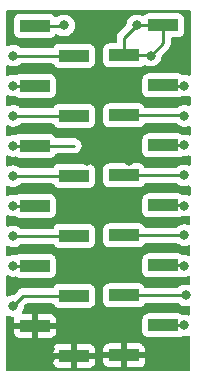
<source format=gbr>
%TF.GenerationSoftware,KiCad,Pcbnew,(5.99.0-7356-g63088e8bdb)*%
%TF.CreationDate,2021-07-04T12:00:27+08:00*%
%TF.ProjectId,DualPowerOctalTransceiver,4475616c-506f-4776-9572-4f6374616c54,rev?*%
%TF.SameCoordinates,Original*%
%TF.FileFunction,Copper,L2,Bot*%
%TF.FilePolarity,Positive*%
%FSLAX46Y46*%
G04 Gerber Fmt 4.6, Leading zero omitted, Abs format (unit mm)*
G04 Created by KiCad (PCBNEW (5.99.0-7356-g63088e8bdb)) date 2021-07-04 12:00:27*
%MOMM*%
%LPD*%
G01*
G04 APERTURE LIST*
%TA.AperFunction,SMDPad,CuDef*%
%ADD10R,2.510000X1.000000*%
%TD*%
%TA.AperFunction,ViaPad*%
%ADD11C,0.800000*%
%TD*%
%TA.AperFunction,Conductor*%
%ADD12C,0.250000*%
%TD*%
G04 APERTURE END LIST*
D10*
%TO.P,J2,1,Pin_1*%
%TO.N,+3V3*%
X120705000Y-53000000D03*
%TO.P,J2,2,Pin_2*%
X117395000Y-55540000D03*
%TO.P,J2,3,Pin_3*%
%TO.N,Net-(J2-Pad3)*%
X120705000Y-58080000D03*
%TO.P,J2,4,Pin_4*%
%TO.N,Net-(J2-Pad4)*%
X117395000Y-60620000D03*
%TO.P,J2,5,Pin_5*%
%TO.N,Net-(J2-Pad5)*%
X120705000Y-63160000D03*
%TO.P,J2,6,Pin_6*%
%TO.N,Net-(J2-Pad6)*%
X117395000Y-65700000D03*
%TO.P,J2,7,Pin_7*%
%TO.N,Net-(J2-Pad7)*%
X120705000Y-68240000D03*
%TO.P,J2,8,Pin_8*%
%TO.N,Net-(J2-Pad8)*%
X117395000Y-70780000D03*
%TO.P,J2,9,Pin_9*%
%TO.N,Net-(J2-Pad9)*%
X120705000Y-73320000D03*
%TO.P,J2,10,Pin_10*%
%TO.N,Net-(J2-Pad10)*%
X117395000Y-75860000D03*
%TO.P,J2,11,Pin_11*%
%TO.N,Net-(J2-Pad11)*%
X120705000Y-78400000D03*
%TO.P,J2,12,Pin_12*%
%TO.N,GND*%
X117395000Y-80940000D03*
%TD*%
%TO.P,J1,1,Pin_1*%
%TO.N,+5V*%
X109845000Y-53030000D03*
%TO.P,J1,2,Pin_2*%
%TO.N,Net-(J1-Pad2)*%
X113155000Y-55570000D03*
%TO.P,J1,3,Pin_3*%
%TO.N,Net-(J1-Pad3)*%
X109845000Y-58110000D03*
%TO.P,J1,4,Pin_4*%
%TO.N,Net-(J1-Pad4)*%
X113155000Y-60650000D03*
%TO.P,J1,5,Pin_5*%
%TO.N,Net-(J1-Pad5)*%
X109845000Y-63190000D03*
%TO.P,J1,6,Pin_6*%
%TO.N,Net-(J1-Pad6)*%
X113155000Y-65730000D03*
%TO.P,J1,7,Pin_7*%
%TO.N,Net-(J1-Pad7)*%
X109845000Y-68270000D03*
%TO.P,J1,8,Pin_8*%
%TO.N,Net-(J1-Pad8)*%
X113155000Y-70810000D03*
%TO.P,J1,9,Pin_9*%
%TO.N,Net-(J1-Pad9)*%
X109845000Y-73350000D03*
%TO.P,J1,10,Pin_10*%
%TO.N,Net-(J1-Pad10)*%
X113155000Y-75890000D03*
%TO.P,J1,11,Pin_11*%
%TO.N,GND*%
X109845000Y-78430000D03*
%TO.P,J1,12,Pin_12*%
X113155000Y-80970000D03*
%TD*%
D11*
%TO.N,GND*%
X117900000Y-69200000D03*
X119650000Y-81200000D03*
X115500000Y-64500000D03*
X114250000Y-64500000D03*
X111100000Y-81200000D03*
X117800000Y-64500000D03*
X111100000Y-80400000D03*
X112550000Y-69200000D03*
%TO.N,+5V*%
X112300000Y-53000000D03*
%TO.N,+3V3*%
X119650000Y-55550000D03*
X118500000Y-53000000D03*
%TO.N,Net-(J1-Pad10)*%
X108000000Y-76750000D03*
%TO.N,Net-(J1-Pad9)*%
X108000000Y-73350000D03*
%TO.N,Net-(J1-Pad8)*%
X108000000Y-70850000D03*
%TO.N,Net-(J1-Pad7)*%
X108000000Y-68250000D03*
%TO.N,Net-(J1-Pad6)*%
X108000000Y-65750000D03*
%TO.N,Net-(J1-Pad5)*%
X108000000Y-63200000D03*
%TO.N,Net-(J1-Pad4)*%
X108000000Y-60650000D03*
%TO.N,Net-(J1-Pad3)*%
X108000000Y-58100000D03*
%TO.N,Net-(J1-Pad2)*%
X108000000Y-55550000D03*
%TO.N,Net-(J2-Pad11)*%
X122500000Y-78400000D03*
%TO.N,Net-(J2-Pad10)*%
X122600000Y-75850000D03*
%TO.N,Net-(J2-Pad9)*%
X122500000Y-73350000D03*
%TO.N,Net-(J2-Pad8)*%
X122500000Y-70750000D03*
%TO.N,Net-(J2-Pad7)*%
X122500000Y-68250000D03*
%TO.N,Net-(J2-Pad6)*%
X122500000Y-65700000D03*
%TO.N,Net-(J2-Pad5)*%
X122500000Y-63150000D03*
%TO.N,Net-(J2-Pad4)*%
X122500000Y-60650000D03*
%TO.N,Net-(J2-Pad3)*%
X122500000Y-58100000D03*
%TD*%
D12*
%TO.N,+5V*%
X112270000Y-53030000D02*
X112300000Y-53000000D01*
X109845000Y-53030000D02*
X112270000Y-53030000D01*
%TO.N,+3V3*%
X117395000Y-55540000D02*
X119640000Y-55540000D01*
X117395000Y-54055000D02*
X117395000Y-55540000D01*
X119640000Y-55540000D02*
X119650000Y-55550000D01*
X118450000Y-53000000D02*
X117395000Y-54055000D01*
X120705000Y-54495000D02*
X119650000Y-55550000D01*
X118500000Y-53000000D02*
X118450000Y-53000000D01*
X120705000Y-53000000D02*
X120705000Y-54495000D01*
X120705000Y-53000000D02*
X118500000Y-53000000D01*
%TO.N,Net-(J1-Pad10)*%
X108860000Y-75890000D02*
X108000000Y-76750000D01*
X113150000Y-75890000D02*
X108860000Y-75890000D01*
%TO.N,Net-(J1-Pad9)*%
X109850000Y-73350000D02*
X108000000Y-73350000D01*
%TO.N,Net-(J1-Pad8)*%
X113110000Y-70850000D02*
X108000000Y-70850000D01*
%TO.N,Net-(J1-Pad7)*%
X109830000Y-68250000D02*
X108000000Y-68250000D01*
%TO.N,Net-(J1-Pad6)*%
X108020000Y-65730000D02*
X108000000Y-65750000D01*
X113150000Y-65730000D02*
X108020000Y-65730000D01*
%TO.N,Net-(J1-Pad5)*%
X113140000Y-63200000D02*
X108000000Y-63200000D01*
X113150000Y-63190000D02*
X113140000Y-63200000D01*
%TO.N,Net-(J1-Pad4)*%
X113150000Y-60650000D02*
X108000000Y-60650000D01*
%TO.N,Net-(J1-Pad3)*%
X109850000Y-58110000D02*
X108000000Y-58100000D01*
%TO.N,Net-(J1-Pad2)*%
X108000000Y-55550000D02*
X108020000Y-55570000D01*
X108020000Y-55570000D02*
X113150000Y-55570000D01*
%TO.N,Net-(J2-Pad11)*%
X120705000Y-78400000D02*
X122500000Y-78400000D01*
%TO.N,Net-(J2-Pad10)*%
X117405000Y-75850000D02*
X122600000Y-75850000D01*
%TO.N,Net-(J2-Pad9)*%
X122500000Y-73350000D02*
X122470000Y-73320000D01*
X122470000Y-73320000D02*
X120705000Y-73320000D01*
%TO.N,Net-(J2-Pad8)*%
X117425000Y-70750000D02*
X122500000Y-70750000D01*
%TO.N,Net-(J2-Pad7)*%
X122500000Y-68250000D02*
X122490000Y-68240000D01*
X122490000Y-68240000D02*
X120705000Y-68240000D01*
%TO.N,Net-(J2-Pad6)*%
X117395000Y-65700000D02*
X122500000Y-65700000D01*
%TO.N,Net-(J2-Pad5)*%
X122490000Y-63160000D02*
X120705000Y-63160000D01*
X122500000Y-63150000D02*
X122490000Y-63160000D01*
%TO.N,Net-(J2-Pad4)*%
X122500000Y-60650000D02*
X122470000Y-60620000D01*
X122470000Y-60620000D02*
X117395000Y-60620000D01*
%TO.N,Net-(J2-Pad3)*%
X120725000Y-58100000D02*
X120705000Y-58080000D01*
X122500000Y-58100000D02*
X120725000Y-58100000D01*
%TD*%
%TA.AperFunction,Conductor*%
%TO.N,GND*%
G36*
X122983901Y-51728002D02*
G01*
X123030394Y-51781658D01*
X123041780Y-51834206D01*
X123033094Y-57149059D01*
X123012980Y-57217147D01*
X122959249Y-57263552D01*
X122888959Y-57273541D01*
X122855845Y-57263960D01*
X122788318Y-57233895D01*
X122788317Y-57233895D01*
X122782287Y-57231210D01*
X122688887Y-57211357D01*
X122601944Y-57192876D01*
X122601939Y-57192876D01*
X122595487Y-57191504D01*
X122404513Y-57191504D01*
X122398060Y-57192876D01*
X122398056Y-57192876D01*
X122381888Y-57196313D01*
X122372122Y-57198389D01*
X122301331Y-57192987D01*
X122263412Y-57170366D01*
X122244430Y-57153917D01*
X122244427Y-57153915D01*
X122237619Y-57148016D01*
X122229421Y-57144272D01*
X122112864Y-57091042D01*
X122112863Y-57091042D01*
X122104670Y-57087300D01*
X122095755Y-57086018D01*
X122095754Y-57086018D01*
X121964448Y-57067139D01*
X121964441Y-57067138D01*
X121960000Y-57066500D01*
X119450000Y-57066500D01*
X119376921Y-57071727D01*
X119323884Y-57087300D01*
X119245330Y-57110365D01*
X119245328Y-57110366D01*
X119236684Y-57112904D01*
X119229105Y-57117775D01*
X119121309Y-57187051D01*
X119121306Y-57187053D01*
X119113729Y-57191923D01*
X119107828Y-57198733D01*
X119023918Y-57295569D01*
X119023916Y-57295572D01*
X119018016Y-57302381D01*
X118957300Y-57435330D01*
X118956018Y-57444245D01*
X118956018Y-57444246D01*
X118937139Y-57575552D01*
X118937138Y-57575559D01*
X118936500Y-57580000D01*
X118936500Y-58580000D01*
X118941727Y-58653079D01*
X118943631Y-58659562D01*
X118973963Y-58762864D01*
X118982904Y-58793316D01*
X118987775Y-58800895D01*
X119057051Y-58908691D01*
X119057053Y-58908694D01*
X119061923Y-58916271D01*
X119068733Y-58922172D01*
X119165569Y-59006082D01*
X119165572Y-59006084D01*
X119172381Y-59011984D01*
X119180579Y-59015728D01*
X119238072Y-59041984D01*
X119305330Y-59072700D01*
X119314245Y-59073982D01*
X119314246Y-59073982D01*
X119445552Y-59092861D01*
X119445559Y-59092862D01*
X119450000Y-59093500D01*
X121960000Y-59093500D01*
X122033079Y-59088273D01*
X122111165Y-59065345D01*
X122164670Y-59049635D01*
X122164672Y-59049634D01*
X122173316Y-59047096D01*
X122218301Y-59018186D01*
X122232300Y-59009189D01*
X122300421Y-58989186D01*
X122326618Y-58991939D01*
X122340067Y-58994797D01*
X122398056Y-59007124D01*
X122398060Y-59007124D01*
X122404513Y-59008496D01*
X122595487Y-59008496D01*
X122601939Y-59007124D01*
X122601944Y-59007124D01*
X122688887Y-58988643D01*
X122782287Y-58968790D01*
X122809220Y-58956799D01*
X122852734Y-58937425D01*
X122923101Y-58927991D01*
X122987398Y-58958097D01*
X123025212Y-59018186D01*
X123029983Y-59052736D01*
X123029867Y-59123500D01*
X123028929Y-59697205D01*
X123008815Y-59765293D01*
X122955084Y-59811698D01*
X122884793Y-59821687D01*
X122851680Y-59812106D01*
X122788318Y-59783895D01*
X122788317Y-59783895D01*
X122782287Y-59781210D01*
X122688887Y-59761357D01*
X122601944Y-59742876D01*
X122601939Y-59742876D01*
X122595487Y-59741504D01*
X122404513Y-59741504D01*
X122398061Y-59742876D01*
X122398056Y-59742876D01*
X122311113Y-59761357D01*
X122217713Y-59781210D01*
X122211683Y-59783895D01*
X122211682Y-59783895D01*
X122049280Y-59856201D01*
X122049278Y-59856202D01*
X122043250Y-59858886D01*
X122037909Y-59862766D01*
X122037908Y-59862767D01*
X121900725Y-59962436D01*
X121826664Y-59986500D01*
X119233112Y-59986500D01*
X119164991Y-59966498D01*
X119119112Y-59913549D01*
X119117096Y-59906684D01*
X119071393Y-59835569D01*
X119042949Y-59791309D01*
X119042947Y-59791306D01*
X119038077Y-59783729D01*
X119007289Y-59757051D01*
X118934431Y-59693918D01*
X118934428Y-59693916D01*
X118927619Y-59688016D01*
X118919421Y-59684272D01*
X118802864Y-59631042D01*
X118802863Y-59631042D01*
X118794670Y-59627300D01*
X118785755Y-59626018D01*
X118785754Y-59626018D01*
X118654448Y-59607139D01*
X118654441Y-59607138D01*
X118650000Y-59606500D01*
X116140000Y-59606500D01*
X116066921Y-59611727D01*
X116013884Y-59627300D01*
X115935330Y-59650365D01*
X115935328Y-59650366D01*
X115926684Y-59652904D01*
X115919105Y-59657775D01*
X115811309Y-59727051D01*
X115811306Y-59727053D01*
X115803729Y-59731923D01*
X115797828Y-59738733D01*
X115713918Y-59835569D01*
X115713916Y-59835572D01*
X115708016Y-59842381D01*
X115704272Y-59850579D01*
X115653189Y-59962436D01*
X115647300Y-59975330D01*
X115646018Y-59984245D01*
X115646018Y-59984246D01*
X115627139Y-60115552D01*
X115627138Y-60115559D01*
X115626500Y-60120000D01*
X115626500Y-61120000D01*
X115631727Y-61193079D01*
X115633631Y-61199562D01*
X115669226Y-61320789D01*
X115672904Y-61333316D01*
X115677775Y-61340895D01*
X115747051Y-61448691D01*
X115747053Y-61448694D01*
X115751923Y-61456271D01*
X115758733Y-61462172D01*
X115855569Y-61546082D01*
X115855572Y-61546084D01*
X115862381Y-61551984D01*
X115870579Y-61555728D01*
X115977583Y-61604595D01*
X115995330Y-61612700D01*
X116004245Y-61613982D01*
X116004246Y-61613982D01*
X116135552Y-61632861D01*
X116135559Y-61632862D01*
X116140000Y-61633500D01*
X118650000Y-61633500D01*
X118723079Y-61628273D01*
X118803719Y-61604595D01*
X118854670Y-61589635D01*
X118854672Y-61589634D01*
X118863316Y-61587096D01*
X118932010Y-61542949D01*
X118978691Y-61512949D01*
X118978694Y-61512947D01*
X118986271Y-61508077D01*
X119027665Y-61460306D01*
X119076082Y-61404431D01*
X119076084Y-61404428D01*
X119081984Y-61397619D01*
X119085728Y-61389422D01*
X119085730Y-61389418D01*
X119114164Y-61327157D01*
X119160657Y-61273502D01*
X119228777Y-61253500D01*
X121764794Y-61253500D01*
X121832915Y-61273502D01*
X121858426Y-61295186D01*
X121888749Y-61328863D01*
X121894091Y-61332744D01*
X121894093Y-61332746D01*
X122037908Y-61437233D01*
X122043250Y-61441114D01*
X122049278Y-61443798D01*
X122049280Y-61443799D01*
X122193651Y-61508077D01*
X122217713Y-61518790D01*
X122308450Y-61538077D01*
X122398056Y-61557124D01*
X122398061Y-61557124D01*
X122404513Y-61558496D01*
X122595487Y-61558496D01*
X122601939Y-61557124D01*
X122601944Y-61557124D01*
X122691550Y-61538077D01*
X122782287Y-61518790D01*
X122848563Y-61489282D01*
X122918930Y-61479848D01*
X122983227Y-61509954D01*
X123021041Y-61570043D01*
X123025812Y-61604595D01*
X123024846Y-62195389D01*
X123004734Y-62263475D01*
X122951002Y-62309880D01*
X122880712Y-62319869D01*
X122847599Y-62310288D01*
X122788322Y-62283896D01*
X122788314Y-62283893D01*
X122782287Y-62281210D01*
X122673169Y-62258016D01*
X122601944Y-62242876D01*
X122601939Y-62242876D01*
X122595487Y-62241504D01*
X122404513Y-62241504D01*
X122398061Y-62242876D01*
X122398056Y-62242876D01*
X122343795Y-62254410D01*
X122273004Y-62249008D01*
X122249478Y-62237161D01*
X122244426Y-62233914D01*
X122237619Y-62228016D01*
X122104670Y-62167300D01*
X122095755Y-62166018D01*
X122095754Y-62166018D01*
X121964448Y-62147139D01*
X121964441Y-62147138D01*
X121960000Y-62146500D01*
X119450000Y-62146500D01*
X119376921Y-62151727D01*
X119323884Y-62167300D01*
X119245330Y-62190365D01*
X119245328Y-62190366D01*
X119236684Y-62192904D01*
X119229105Y-62197775D01*
X119121309Y-62267051D01*
X119121306Y-62267053D01*
X119113729Y-62271923D01*
X119107828Y-62278733D01*
X119023918Y-62375569D01*
X119023916Y-62375572D01*
X119018016Y-62382381D01*
X119014272Y-62390579D01*
X119005912Y-62408886D01*
X118957300Y-62515330D01*
X118956018Y-62524245D01*
X118956018Y-62524246D01*
X118937139Y-62655552D01*
X118937138Y-62655559D01*
X118936500Y-62660000D01*
X118936500Y-63660000D01*
X118941727Y-63733079D01*
X118950349Y-63762442D01*
X118971557Y-63834670D01*
X118982904Y-63873316D01*
X118987775Y-63880895D01*
X119057051Y-63988691D01*
X119057053Y-63988694D01*
X119061923Y-63996271D01*
X119068733Y-64002172D01*
X119165569Y-64086082D01*
X119165572Y-64086084D01*
X119172381Y-64091984D01*
X119180579Y-64095728D01*
X119244501Y-64124920D01*
X119305330Y-64152700D01*
X119314245Y-64153982D01*
X119314246Y-64153982D01*
X119445552Y-64172861D01*
X119445559Y-64172862D01*
X119450000Y-64173500D01*
X121960000Y-64173500D01*
X122033079Y-64168273D01*
X122111165Y-64145345D01*
X122164670Y-64129635D01*
X122164672Y-64129634D01*
X122173316Y-64127096D01*
X122267381Y-64066644D01*
X122335501Y-64046641D01*
X122361694Y-64049394D01*
X122404513Y-64058496D01*
X122595487Y-64058496D01*
X122601939Y-64057124D01*
X122601944Y-64057124D01*
X122694518Y-64037446D01*
X122782287Y-64018790D01*
X122788314Y-64016107D01*
X122788322Y-64016104D01*
X122844473Y-63991103D01*
X122914840Y-63981668D01*
X122979138Y-64011774D01*
X123016951Y-64071862D01*
X123021723Y-64106415D01*
X123021422Y-64290756D01*
X123020686Y-64741042D01*
X123020682Y-64743533D01*
X123000568Y-64811621D01*
X122946837Y-64858026D01*
X122876547Y-64868015D01*
X122843433Y-64858434D01*
X122788318Y-64833895D01*
X122788317Y-64833895D01*
X122782287Y-64831210D01*
X122688887Y-64811357D01*
X122601944Y-64792876D01*
X122601939Y-64792876D01*
X122595487Y-64791504D01*
X122404513Y-64791504D01*
X122398061Y-64792876D01*
X122398056Y-64792876D01*
X122311113Y-64811357D01*
X122217713Y-64831210D01*
X122211683Y-64833895D01*
X122211682Y-64833895D01*
X122049280Y-64906201D01*
X122049278Y-64906202D01*
X122043250Y-64908886D01*
X122037909Y-64912766D01*
X122037908Y-64912767D01*
X121894093Y-65017254D01*
X121894091Y-65017256D01*
X121888749Y-65021137D01*
X121884328Y-65026047D01*
X121879425Y-65030462D01*
X121878299Y-65029211D01*
X121825000Y-65062049D01*
X121791806Y-65066500D01*
X119233112Y-65066500D01*
X119164991Y-65046498D01*
X119119112Y-64993549D01*
X119117096Y-64986684D01*
X119067098Y-64908886D01*
X119042949Y-64871309D01*
X119042947Y-64871306D01*
X119038077Y-64863729D01*
X119003647Y-64833895D01*
X118934431Y-64773918D01*
X118934428Y-64773916D01*
X118927619Y-64768016D01*
X118919421Y-64764272D01*
X118802864Y-64711042D01*
X118802863Y-64711042D01*
X118794670Y-64707300D01*
X118785755Y-64706018D01*
X118785754Y-64706018D01*
X118654448Y-64687139D01*
X118654441Y-64687138D01*
X118650000Y-64686500D01*
X116140000Y-64686500D01*
X116066921Y-64691727D01*
X116013884Y-64707300D01*
X115935330Y-64730365D01*
X115935328Y-64730366D01*
X115926684Y-64732904D01*
X115919105Y-64737775D01*
X115811309Y-64807051D01*
X115811306Y-64807053D01*
X115803729Y-64811923D01*
X115797828Y-64818733D01*
X115713918Y-64915569D01*
X115713916Y-64915572D01*
X115708016Y-64922381D01*
X115647300Y-65055330D01*
X115646018Y-65064245D01*
X115646018Y-65064246D01*
X115627139Y-65195552D01*
X115627138Y-65195559D01*
X115626500Y-65200000D01*
X115626500Y-66200000D01*
X115631727Y-66273079D01*
X115633631Y-66279562D01*
X115663963Y-66382864D01*
X115672904Y-66413316D01*
X115692184Y-66443316D01*
X115747051Y-66528691D01*
X115747053Y-66528694D01*
X115751923Y-66536271D01*
X115758733Y-66542172D01*
X115855569Y-66626082D01*
X115855572Y-66626084D01*
X115862381Y-66631984D01*
X115870579Y-66635728D01*
X115928072Y-66661984D01*
X115995330Y-66692700D01*
X116004245Y-66693982D01*
X116004246Y-66693982D01*
X116135552Y-66712861D01*
X116135559Y-66712862D01*
X116140000Y-66713500D01*
X118650000Y-66713500D01*
X118723079Y-66708273D01*
X118836670Y-66674920D01*
X118854670Y-66669635D01*
X118854672Y-66669634D01*
X118863316Y-66667096D01*
X118932010Y-66622949D01*
X118978691Y-66592949D01*
X118978694Y-66592947D01*
X118986271Y-66588077D01*
X119001795Y-66570162D01*
X119076082Y-66484431D01*
X119076084Y-66484428D01*
X119081984Y-66477619D01*
X119085728Y-66469422D01*
X119085730Y-66469418D01*
X119114164Y-66407157D01*
X119160657Y-66353502D01*
X119228777Y-66333500D01*
X121791806Y-66333500D01*
X121859927Y-66353502D01*
X121879151Y-66369842D01*
X121879425Y-66369538D01*
X121884328Y-66373953D01*
X121888749Y-66378863D01*
X121894091Y-66382744D01*
X121894093Y-66382746D01*
X122037908Y-66487233D01*
X122043250Y-66491114D01*
X122049278Y-66493798D01*
X122049280Y-66493799D01*
X122206130Y-66563633D01*
X122217713Y-66568790D01*
X122308450Y-66588077D01*
X122398056Y-66607124D01*
X122398061Y-66607124D01*
X122404513Y-66608496D01*
X122595487Y-66608496D01*
X122601939Y-66607124D01*
X122601944Y-66607124D01*
X122691550Y-66588077D01*
X122782287Y-66568790D01*
X122788314Y-66566107D01*
X122788322Y-66566104D01*
X122840304Y-66542960D01*
X122910671Y-66533526D01*
X122974968Y-66563633D01*
X123012781Y-66623722D01*
X123017552Y-66658273D01*
X123016517Y-67291679D01*
X122996403Y-67359767D01*
X122942672Y-67406172D01*
X122872382Y-67416161D01*
X122839267Y-67406579D01*
X122788322Y-67383896D01*
X122788314Y-67383893D01*
X122782287Y-67381210D01*
X122681407Y-67359767D01*
X122601944Y-67342876D01*
X122601939Y-67342876D01*
X122595487Y-67341504D01*
X122404513Y-67341504D01*
X122398058Y-67342876D01*
X122398049Y-67342877D01*
X122362856Y-67350358D01*
X122292065Y-67344957D01*
X122254145Y-67322336D01*
X122244430Y-67313917D01*
X122244427Y-67313915D01*
X122237619Y-67308016D01*
X122229421Y-67304272D01*
X122112864Y-67251042D01*
X122112863Y-67251042D01*
X122104670Y-67247300D01*
X122095755Y-67246018D01*
X122095754Y-67246018D01*
X121964448Y-67227139D01*
X121964441Y-67227138D01*
X121960000Y-67226500D01*
X119450000Y-67226500D01*
X119376921Y-67231727D01*
X119323884Y-67247300D01*
X119245330Y-67270365D01*
X119245328Y-67270366D01*
X119236684Y-67272904D01*
X119229105Y-67277775D01*
X119121309Y-67347051D01*
X119121306Y-67347053D01*
X119113729Y-67351923D01*
X119107828Y-67358733D01*
X119023918Y-67455569D01*
X119023916Y-67455572D01*
X119018016Y-67462381D01*
X118957300Y-67595330D01*
X118956018Y-67604245D01*
X118956018Y-67604246D01*
X118937139Y-67735552D01*
X118937138Y-67735559D01*
X118936500Y-67740000D01*
X118936500Y-68740000D01*
X118941727Y-68813079D01*
X118943631Y-68819562D01*
X118973963Y-68922864D01*
X118982904Y-68953316D01*
X118987775Y-68960895D01*
X119057051Y-69068691D01*
X119057053Y-69068694D01*
X119061923Y-69076271D01*
X119068733Y-69082172D01*
X119165569Y-69166082D01*
X119165572Y-69166084D01*
X119172381Y-69171984D01*
X119180579Y-69175728D01*
X119255907Y-69210129D01*
X119305330Y-69232700D01*
X119314245Y-69233982D01*
X119314246Y-69233982D01*
X119445552Y-69252861D01*
X119445559Y-69252862D01*
X119450000Y-69253500D01*
X121960000Y-69253500D01*
X122033079Y-69248273D01*
X122111165Y-69225345D01*
X122164670Y-69209635D01*
X122164672Y-69209634D01*
X122173316Y-69207096D01*
X122243993Y-69161674D01*
X122312114Y-69141671D01*
X122338313Y-69144425D01*
X122398049Y-69157123D01*
X122398058Y-69157124D01*
X122404513Y-69158496D01*
X122595487Y-69158496D01*
X122601939Y-69157124D01*
X122601944Y-69157124D01*
X122688887Y-69138643D01*
X122782287Y-69118790D01*
X122789704Y-69115488D01*
X122836133Y-69094816D01*
X122906500Y-69085382D01*
X122970797Y-69115488D01*
X123008610Y-69175577D01*
X123013382Y-69210129D01*
X123012434Y-69789861D01*
X122992320Y-69857949D01*
X122938589Y-69904354D01*
X122868298Y-69914343D01*
X122835185Y-69904761D01*
X122788326Y-69883898D01*
X122788320Y-69883896D01*
X122782287Y-69881210D01*
X122672854Y-69857949D01*
X122601944Y-69842876D01*
X122601939Y-69842876D01*
X122595487Y-69841504D01*
X122404513Y-69841504D01*
X122398061Y-69842876D01*
X122398056Y-69842876D01*
X122327146Y-69857949D01*
X122217713Y-69881210D01*
X122211683Y-69883895D01*
X122211682Y-69883895D01*
X122049280Y-69956201D01*
X122049278Y-69956202D01*
X122043250Y-69958886D01*
X122037909Y-69962766D01*
X122037908Y-69962767D01*
X121894093Y-70067254D01*
X121894091Y-70067256D01*
X121888749Y-70071137D01*
X121884328Y-70076047D01*
X121879425Y-70080462D01*
X121878299Y-70079211D01*
X121825000Y-70112049D01*
X121791806Y-70116500D01*
X119217912Y-70116500D01*
X119149791Y-70096498D01*
X119111914Y-70058621D01*
X119042949Y-69951309D01*
X119042947Y-69951306D01*
X119038077Y-69943729D01*
X118992636Y-69904354D01*
X118934431Y-69853918D01*
X118934428Y-69853916D01*
X118927619Y-69848016D01*
X118919421Y-69844272D01*
X118802864Y-69791042D01*
X118802863Y-69791042D01*
X118794670Y-69787300D01*
X118785755Y-69786018D01*
X118785754Y-69786018D01*
X118654448Y-69767139D01*
X118654441Y-69767138D01*
X118650000Y-69766500D01*
X116140000Y-69766500D01*
X116066921Y-69771727D01*
X116013884Y-69787300D01*
X115935330Y-69810365D01*
X115935328Y-69810366D01*
X115926684Y-69812904D01*
X115919105Y-69817775D01*
X115811309Y-69887051D01*
X115811306Y-69887053D01*
X115803729Y-69891923D01*
X115797828Y-69898733D01*
X115713918Y-69995569D01*
X115713916Y-69995572D01*
X115708016Y-70002381D01*
X115704272Y-70010579D01*
X115680439Y-70062767D01*
X115647300Y-70135330D01*
X115646018Y-70144245D01*
X115646018Y-70144246D01*
X115627139Y-70275552D01*
X115627138Y-70275559D01*
X115626500Y-70280000D01*
X115626500Y-71280000D01*
X115631727Y-71353079D01*
X115651241Y-71419538D01*
X115670022Y-71483500D01*
X115672904Y-71493316D01*
X115677775Y-71500895D01*
X115747051Y-71608691D01*
X115747053Y-71608694D01*
X115751923Y-71616271D01*
X115758733Y-71622172D01*
X115855569Y-71706082D01*
X115855572Y-71706084D01*
X115862381Y-71711984D01*
X115870579Y-71715728D01*
X115928072Y-71741984D01*
X115995330Y-71772700D01*
X116004245Y-71773982D01*
X116004246Y-71773982D01*
X116135552Y-71792861D01*
X116135559Y-71792862D01*
X116140000Y-71793500D01*
X118650000Y-71793500D01*
X118723079Y-71788273D01*
X118829164Y-71757124D01*
X118854670Y-71749635D01*
X118854672Y-71749634D01*
X118863316Y-71747096D01*
X118932010Y-71702949D01*
X118978691Y-71672949D01*
X118978694Y-71672947D01*
X118986271Y-71668077D01*
X119030261Y-71617310D01*
X119076082Y-71564431D01*
X119076084Y-71564428D01*
X119081984Y-71557619D01*
X119095117Y-71528863D01*
X119127863Y-71457158D01*
X119174356Y-71403502D01*
X119242477Y-71383500D01*
X121791806Y-71383500D01*
X121859927Y-71403502D01*
X121879151Y-71419842D01*
X121879425Y-71419538D01*
X121884328Y-71423953D01*
X121888749Y-71428863D01*
X121894091Y-71432744D01*
X121894093Y-71432746D01*
X121965561Y-71484670D01*
X122043250Y-71541114D01*
X122049278Y-71543798D01*
X122049280Y-71543799D01*
X122195030Y-71608691D01*
X122217713Y-71618790D01*
X122304480Y-71637233D01*
X122398056Y-71657124D01*
X122398061Y-71657124D01*
X122404513Y-71658496D01*
X122595487Y-71658496D01*
X122601939Y-71657124D01*
X122601944Y-71657124D01*
X122695520Y-71637233D01*
X122782287Y-71618790D01*
X122788314Y-71616107D01*
X122788322Y-71616104D01*
X122832045Y-71596637D01*
X122902412Y-71587203D01*
X122966709Y-71617310D01*
X123004522Y-71677399D01*
X123009293Y-71711950D01*
X123009182Y-71779635D01*
X123008188Y-72387971D01*
X122988074Y-72456059D01*
X122934343Y-72502464D01*
X122864052Y-72512453D01*
X122830938Y-72502871D01*
X122788322Y-72483896D01*
X122788314Y-72483893D01*
X122782287Y-72481210D01*
X122679939Y-72459455D01*
X122601944Y-72442876D01*
X122601939Y-72442876D01*
X122595487Y-72441504D01*
X122404513Y-72441504D01*
X122381391Y-72446419D01*
X122310600Y-72441018D01*
X122272680Y-72418397D01*
X122244430Y-72393918D01*
X122244431Y-72393918D01*
X122237619Y-72388016D01*
X122229421Y-72384272D01*
X122112864Y-72331042D01*
X122112863Y-72331042D01*
X122104670Y-72327300D01*
X122095755Y-72326018D01*
X122095754Y-72326018D01*
X121964448Y-72307139D01*
X121964441Y-72307138D01*
X121960000Y-72306500D01*
X119450000Y-72306500D01*
X119376921Y-72311727D01*
X119323884Y-72327300D01*
X119245330Y-72350365D01*
X119245328Y-72350366D01*
X119236684Y-72352904D01*
X119229105Y-72357775D01*
X119121309Y-72427051D01*
X119121306Y-72427053D01*
X119113729Y-72431923D01*
X119107828Y-72438733D01*
X119023918Y-72535569D01*
X119023916Y-72535572D01*
X119018016Y-72542381D01*
X119014272Y-72550579D01*
X118965603Y-72657150D01*
X118957300Y-72675330D01*
X118956018Y-72684245D01*
X118956018Y-72684246D01*
X118937139Y-72815552D01*
X118937138Y-72815559D01*
X118936500Y-72820000D01*
X118936500Y-73820000D01*
X118941727Y-73893079D01*
X118943631Y-73899562D01*
X118973963Y-74002864D01*
X118982904Y-74033316D01*
X118987775Y-74040895D01*
X119057051Y-74148691D01*
X119057053Y-74148694D01*
X119061923Y-74156271D01*
X119068733Y-74162172D01*
X119165569Y-74246082D01*
X119165572Y-74246084D01*
X119172381Y-74251984D01*
X119180579Y-74255728D01*
X119238072Y-74281984D01*
X119305330Y-74312700D01*
X119314245Y-74313982D01*
X119314246Y-74313982D01*
X119445552Y-74332861D01*
X119445559Y-74332862D01*
X119450000Y-74333500D01*
X121960000Y-74333500D01*
X122033079Y-74328273D01*
X122111165Y-74305345D01*
X122164670Y-74289635D01*
X122164672Y-74289634D01*
X122173316Y-74287096D01*
X122180894Y-74282226D01*
X122180896Y-74282225D01*
X122220610Y-74256702D01*
X122288731Y-74236700D01*
X122314922Y-74239452D01*
X122404513Y-74258496D01*
X122595487Y-74258496D01*
X122601939Y-74257124D01*
X122601944Y-74257124D01*
X122698028Y-74236700D01*
X122782287Y-74218790D01*
X122809220Y-74206799D01*
X122827792Y-74198530D01*
X122898159Y-74189096D01*
X122962456Y-74219203D01*
X123000270Y-74279292D01*
X123005041Y-74313838D01*
X123004961Y-74362861D01*
X123004161Y-74851726D01*
X122984048Y-74919812D01*
X122930317Y-74966217D01*
X122860026Y-74976206D01*
X122851971Y-74974766D01*
X122807050Y-74965218D01*
X122701944Y-74942876D01*
X122701939Y-74942876D01*
X122695487Y-74941504D01*
X122504513Y-74941504D01*
X122498061Y-74942876D01*
X122498056Y-74942876D01*
X122426831Y-74958016D01*
X122317713Y-74981210D01*
X122311683Y-74983895D01*
X122311682Y-74983895D01*
X122149280Y-75056201D01*
X122149278Y-75056202D01*
X122143250Y-75058886D01*
X122137909Y-75062766D01*
X122137908Y-75062767D01*
X121994093Y-75167254D01*
X121994091Y-75167256D01*
X121988749Y-75171137D01*
X121984328Y-75176047D01*
X121979425Y-75180462D01*
X121978299Y-75179211D01*
X121925000Y-75212049D01*
X121891806Y-75216500D01*
X119228545Y-75216500D01*
X119160424Y-75196498D01*
X119117202Y-75146616D01*
X119117096Y-75146684D01*
X119116621Y-75145944D01*
X119116619Y-75145941D01*
X119090673Y-75105569D01*
X119042949Y-75031309D01*
X119042947Y-75031306D01*
X119038077Y-75023729D01*
X119007289Y-74997051D01*
X118934431Y-74933918D01*
X118934428Y-74933916D01*
X118927619Y-74928016D01*
X118919421Y-74924272D01*
X118802864Y-74871042D01*
X118802863Y-74871042D01*
X118794670Y-74867300D01*
X118785755Y-74866018D01*
X118785754Y-74866018D01*
X118654448Y-74847139D01*
X118654441Y-74847138D01*
X118650000Y-74846500D01*
X116140000Y-74846500D01*
X116066921Y-74851727D01*
X116013884Y-74867300D01*
X115935330Y-74890365D01*
X115935328Y-74890366D01*
X115926684Y-74892904D01*
X115919105Y-74897775D01*
X115811309Y-74967051D01*
X115811306Y-74967053D01*
X115803729Y-74971923D01*
X115797828Y-74978733D01*
X115713918Y-75075569D01*
X115713916Y-75075572D01*
X115708016Y-75082381D01*
X115647300Y-75215330D01*
X115646018Y-75224245D01*
X115646018Y-75224246D01*
X115627139Y-75355552D01*
X115627138Y-75355559D01*
X115626500Y-75360000D01*
X115626500Y-76360000D01*
X115631727Y-76433079D01*
X115633631Y-76439562D01*
X115668160Y-76557158D01*
X115672904Y-76573316D01*
X115677775Y-76580895D01*
X115747051Y-76688691D01*
X115747053Y-76688694D01*
X115751923Y-76696271D01*
X115758733Y-76702172D01*
X115855569Y-76786082D01*
X115855572Y-76786084D01*
X115862381Y-76791984D01*
X115870579Y-76795728D01*
X115928072Y-76821984D01*
X115995330Y-76852700D01*
X116004245Y-76853982D01*
X116004246Y-76853982D01*
X116135552Y-76872861D01*
X116135559Y-76872862D01*
X116140000Y-76873500D01*
X118650000Y-76873500D01*
X118723079Y-76868273D01*
X118801165Y-76845345D01*
X118854670Y-76829635D01*
X118854672Y-76829634D01*
X118863316Y-76827096D01*
X118932010Y-76782949D01*
X118978691Y-76752949D01*
X118978694Y-76752947D01*
X118986271Y-76748077D01*
X119010460Y-76720162D01*
X119076082Y-76644431D01*
X119076084Y-76644428D01*
X119081984Y-76637619D01*
X119118730Y-76557157D01*
X119165222Y-76503502D01*
X119233343Y-76483500D01*
X121891806Y-76483500D01*
X121959927Y-76503502D01*
X121979151Y-76519842D01*
X121979425Y-76519538D01*
X121984328Y-76523953D01*
X121988749Y-76528863D01*
X121994091Y-76532744D01*
X121994093Y-76532746D01*
X122091225Y-76603316D01*
X122143250Y-76641114D01*
X122149278Y-76643798D01*
X122149280Y-76643799D01*
X122311682Y-76716105D01*
X122317713Y-76718790D01*
X122380670Y-76732172D01*
X122498056Y-76757124D01*
X122498061Y-76757124D01*
X122504513Y-76758496D01*
X122695487Y-76758496D01*
X122701940Y-76757124D01*
X122701953Y-76757123D01*
X122848699Y-76725930D01*
X122919489Y-76731331D01*
X122976122Y-76774148D01*
X123000616Y-76840785D01*
X123000896Y-76849382D01*
X122999940Y-77434298D01*
X122979826Y-77502386D01*
X122926095Y-77548791D01*
X122855805Y-77558780D01*
X122822691Y-77549199D01*
X122788318Y-77533895D01*
X122788317Y-77533895D01*
X122782287Y-77531210D01*
X122688887Y-77511357D01*
X122601944Y-77492876D01*
X122601939Y-77492876D01*
X122595487Y-77491504D01*
X122404513Y-77491504D01*
X122398058Y-77492876D01*
X122398049Y-77492877D01*
X122353589Y-77502328D01*
X122282798Y-77496927D01*
X122252117Y-77478625D01*
X122252011Y-77478790D01*
X122247050Y-77475601D01*
X122244878Y-77474306D01*
X122244431Y-77473918D01*
X122244428Y-77473916D01*
X122237619Y-77468016D01*
X122229421Y-77464272D01*
X122112864Y-77411042D01*
X122112863Y-77411042D01*
X122104670Y-77407300D01*
X122095755Y-77406018D01*
X122095754Y-77406018D01*
X121964448Y-77387139D01*
X121964441Y-77387138D01*
X121960000Y-77386500D01*
X119450000Y-77386500D01*
X119376921Y-77391727D01*
X119323884Y-77407300D01*
X119245330Y-77430365D01*
X119245328Y-77430366D01*
X119236684Y-77432904D01*
X119229105Y-77437775D01*
X119121309Y-77507051D01*
X119121306Y-77507053D01*
X119113729Y-77511923D01*
X119107828Y-77518733D01*
X119023918Y-77615569D01*
X119023916Y-77615572D01*
X119018016Y-77622381D01*
X118957300Y-77755330D01*
X118956018Y-77764245D01*
X118956018Y-77764246D01*
X118937139Y-77895552D01*
X118937138Y-77895559D01*
X118936500Y-77900000D01*
X118936500Y-78900000D01*
X118941727Y-78973079D01*
X118982904Y-79113316D01*
X118987775Y-79120895D01*
X119057051Y-79228691D01*
X119057053Y-79228694D01*
X119061923Y-79236271D01*
X119068733Y-79242172D01*
X119165569Y-79326082D01*
X119165572Y-79326084D01*
X119172381Y-79331984D01*
X119305330Y-79392700D01*
X119314245Y-79393982D01*
X119314246Y-79393982D01*
X119445552Y-79412861D01*
X119445559Y-79412862D01*
X119450000Y-79413500D01*
X121960000Y-79413500D01*
X122033079Y-79408273D01*
X122111165Y-79385345D01*
X122164670Y-79369635D01*
X122164672Y-79369634D01*
X122173316Y-79367096D01*
X122255687Y-79314159D01*
X122323808Y-79294157D01*
X122350005Y-79296910D01*
X122398056Y-79307124D01*
X122398060Y-79307124D01*
X122404513Y-79308496D01*
X122595487Y-79308496D01*
X122601939Y-79307124D01*
X122601944Y-79307124D01*
X122701834Y-79285891D01*
X122782287Y-79268790D01*
X122788320Y-79266104D01*
X122788326Y-79266102D01*
X122819534Y-79252208D01*
X122889901Y-79242774D01*
X122954197Y-79272881D01*
X122992010Y-79332971D01*
X122996781Y-79367519D01*
X122996227Y-79706400D01*
X122995098Y-80396992D01*
X122994584Y-80711526D01*
X122992218Y-82159162D01*
X122972105Y-82227248D01*
X122918374Y-82273653D01*
X122866276Y-82284954D01*
X112721569Y-82289576D01*
X107534057Y-82291939D01*
X107465928Y-82271968D01*
X107419410Y-82218334D01*
X107408000Y-82165939D01*
X107408000Y-81237547D01*
X111387000Y-81237547D01*
X111387000Y-81467743D01*
X111387161Y-81472250D01*
X111391740Y-81536269D01*
X111394126Y-81549491D01*
X111430819Y-81674458D01*
X111438233Y-81690692D01*
X111507426Y-81798360D01*
X111519112Y-81811847D01*
X111615840Y-81895662D01*
X111630848Y-81905307D01*
X111747275Y-81958477D01*
X111764388Y-81963502D01*
X111895554Y-81982361D01*
X111904495Y-81983000D01*
X112882885Y-81983000D01*
X112898124Y-81978525D01*
X112899329Y-81977135D01*
X112901000Y-81969452D01*
X112901000Y-81964885D01*
X113408999Y-81964885D01*
X113413474Y-81980124D01*
X113414864Y-81981329D01*
X113422547Y-81983000D01*
X114407743Y-81983000D01*
X114412250Y-81982839D01*
X114476269Y-81978260D01*
X114489491Y-81975874D01*
X114614458Y-81939181D01*
X114630692Y-81931767D01*
X114738360Y-81862574D01*
X114751847Y-81850888D01*
X114835662Y-81754160D01*
X114845307Y-81739152D01*
X114898477Y-81622725D01*
X114903502Y-81605612D01*
X114922361Y-81474446D01*
X114923000Y-81465503D01*
X114923000Y-81242115D01*
X114918525Y-81226876D01*
X114917135Y-81225671D01*
X114909452Y-81224000D01*
X113427115Y-81223999D01*
X113411876Y-81228474D01*
X113410671Y-81229864D01*
X113409000Y-81237547D01*
X113408999Y-81964885D01*
X112901000Y-81964885D01*
X112901001Y-81242115D01*
X112896526Y-81226876D01*
X112895136Y-81225671D01*
X112887453Y-81224000D01*
X111405115Y-81223999D01*
X111389876Y-81228474D01*
X111388671Y-81229864D01*
X111387000Y-81237547D01*
X107408000Y-81237547D01*
X107408000Y-81207547D01*
X115627000Y-81207547D01*
X115627000Y-81437743D01*
X115627161Y-81442250D01*
X115631740Y-81506269D01*
X115634126Y-81519491D01*
X115670819Y-81644458D01*
X115678233Y-81660692D01*
X115747426Y-81768360D01*
X115759112Y-81781847D01*
X115855840Y-81865662D01*
X115870848Y-81875307D01*
X115987275Y-81928477D01*
X116004388Y-81933502D01*
X116135554Y-81952361D01*
X116144495Y-81953000D01*
X117122885Y-81953000D01*
X117138124Y-81948525D01*
X117139329Y-81947135D01*
X117141000Y-81939452D01*
X117141000Y-81934885D01*
X117648999Y-81934885D01*
X117653474Y-81950124D01*
X117654864Y-81951329D01*
X117662547Y-81953000D01*
X118647743Y-81953000D01*
X118652250Y-81952839D01*
X118716269Y-81948260D01*
X118729491Y-81945874D01*
X118854458Y-81909181D01*
X118870692Y-81901767D01*
X118978360Y-81832574D01*
X118991847Y-81820888D01*
X119075662Y-81724160D01*
X119085307Y-81709152D01*
X119138477Y-81592725D01*
X119143502Y-81575612D01*
X119162361Y-81444446D01*
X119163000Y-81435503D01*
X119163000Y-81212115D01*
X119158525Y-81196876D01*
X119157135Y-81195671D01*
X119149452Y-81194000D01*
X117667115Y-81193999D01*
X117651876Y-81198474D01*
X117650671Y-81199864D01*
X117649000Y-81207547D01*
X117648999Y-81934885D01*
X117141000Y-81934885D01*
X117141001Y-81212115D01*
X117136526Y-81196876D01*
X117135136Y-81195671D01*
X117127453Y-81194000D01*
X115645115Y-81193999D01*
X115629876Y-81198474D01*
X115628671Y-81199864D01*
X115627000Y-81207547D01*
X107408000Y-81207547D01*
X107408000Y-80474495D01*
X111387000Y-80474495D01*
X111387000Y-80697885D01*
X111391475Y-80713124D01*
X111392865Y-80714329D01*
X111400548Y-80716000D01*
X112882885Y-80716001D01*
X112898124Y-80711526D01*
X112899329Y-80710136D01*
X112901000Y-80702453D01*
X112901000Y-80697885D01*
X113408999Y-80697885D01*
X113413474Y-80713124D01*
X113414864Y-80714329D01*
X113422547Y-80716000D01*
X114904885Y-80716001D01*
X114920124Y-80711526D01*
X114921329Y-80710136D01*
X114923000Y-80702453D01*
X114923000Y-80472257D01*
X114922839Y-80467750D01*
X114921176Y-80444495D01*
X115627000Y-80444495D01*
X115627000Y-80667885D01*
X115631475Y-80683124D01*
X115632865Y-80684329D01*
X115640548Y-80686000D01*
X117122885Y-80686001D01*
X117138124Y-80681526D01*
X117139329Y-80680136D01*
X117141000Y-80672453D01*
X117141000Y-80667885D01*
X117648999Y-80667885D01*
X117653474Y-80683124D01*
X117654864Y-80684329D01*
X117662547Y-80686000D01*
X119144885Y-80686001D01*
X119160124Y-80681526D01*
X119161329Y-80680136D01*
X119163000Y-80672453D01*
X119163000Y-80442257D01*
X119162839Y-80437750D01*
X119158260Y-80373731D01*
X119155874Y-80360509D01*
X119119181Y-80235542D01*
X119111767Y-80219308D01*
X119042574Y-80111640D01*
X119030888Y-80098153D01*
X118934160Y-80014338D01*
X118919152Y-80004693D01*
X118802725Y-79951523D01*
X118785612Y-79946498D01*
X118654446Y-79927639D01*
X118645505Y-79927000D01*
X117667115Y-79927000D01*
X117651876Y-79931475D01*
X117650671Y-79932865D01*
X117649000Y-79940548D01*
X117648999Y-80667885D01*
X117141000Y-80667885D01*
X117141001Y-79945115D01*
X117136526Y-79929876D01*
X117135136Y-79928671D01*
X117127453Y-79927000D01*
X116142257Y-79927000D01*
X116137750Y-79927161D01*
X116073731Y-79931740D01*
X116060509Y-79934126D01*
X115935542Y-79970819D01*
X115919308Y-79978233D01*
X115811640Y-80047426D01*
X115798153Y-80059112D01*
X115714338Y-80155840D01*
X115704693Y-80170848D01*
X115651523Y-80287275D01*
X115646498Y-80304388D01*
X115627639Y-80435554D01*
X115627000Y-80444495D01*
X114921176Y-80444495D01*
X114918260Y-80403731D01*
X114915874Y-80390509D01*
X114879181Y-80265542D01*
X114871767Y-80249308D01*
X114802574Y-80141640D01*
X114790888Y-80128153D01*
X114694160Y-80044338D01*
X114679152Y-80034693D01*
X114562725Y-79981523D01*
X114545612Y-79976498D01*
X114414446Y-79957639D01*
X114405505Y-79957000D01*
X113427115Y-79957000D01*
X113411876Y-79961475D01*
X113410671Y-79962865D01*
X113409000Y-79970548D01*
X113408999Y-80697885D01*
X112901000Y-80697885D01*
X112901001Y-79975115D01*
X112896526Y-79959876D01*
X112895136Y-79958671D01*
X112887453Y-79957000D01*
X111902257Y-79957000D01*
X111897750Y-79957161D01*
X111833731Y-79961740D01*
X111820509Y-79964126D01*
X111695542Y-80000819D01*
X111679308Y-80008233D01*
X111571640Y-80077426D01*
X111558153Y-80089112D01*
X111474338Y-80185840D01*
X111464693Y-80200848D01*
X111411523Y-80317275D01*
X111406498Y-80334388D01*
X111387639Y-80465554D01*
X111387000Y-80474495D01*
X107408000Y-80474495D01*
X107408000Y-78697547D01*
X108077000Y-78697547D01*
X108077000Y-78927743D01*
X108077161Y-78932250D01*
X108081740Y-78996269D01*
X108084126Y-79009491D01*
X108120819Y-79134458D01*
X108128233Y-79150692D01*
X108197426Y-79258360D01*
X108209112Y-79271847D01*
X108305840Y-79355662D01*
X108320848Y-79365307D01*
X108437275Y-79418477D01*
X108454388Y-79423502D01*
X108585554Y-79442361D01*
X108594495Y-79443000D01*
X109572885Y-79443000D01*
X109588124Y-79438525D01*
X109589329Y-79437135D01*
X109591000Y-79429452D01*
X109591000Y-79424885D01*
X110098999Y-79424885D01*
X110103474Y-79440124D01*
X110104864Y-79441329D01*
X110112547Y-79443000D01*
X111097743Y-79443000D01*
X111102250Y-79442839D01*
X111166269Y-79438260D01*
X111179491Y-79435874D01*
X111304458Y-79399181D01*
X111320692Y-79391767D01*
X111428360Y-79322574D01*
X111441847Y-79310888D01*
X111525662Y-79214160D01*
X111535307Y-79199152D01*
X111588477Y-79082725D01*
X111593502Y-79065612D01*
X111612361Y-78934446D01*
X111613000Y-78925503D01*
X111613000Y-78702115D01*
X111608525Y-78686876D01*
X111607135Y-78685671D01*
X111599452Y-78684000D01*
X110117115Y-78683999D01*
X110101876Y-78688474D01*
X110100671Y-78689864D01*
X110099000Y-78697547D01*
X110098999Y-79424885D01*
X109591000Y-79424885D01*
X109591001Y-78702115D01*
X109586526Y-78686876D01*
X109585136Y-78685671D01*
X109577453Y-78684000D01*
X108095115Y-78683999D01*
X108079876Y-78688474D01*
X108078671Y-78689864D01*
X108077000Y-78697547D01*
X107408000Y-78697547D01*
X107408000Y-77674920D01*
X107428002Y-77606799D01*
X107481658Y-77560306D01*
X107551932Y-77550202D01*
X107585249Y-77559813D01*
X107710479Y-77615569D01*
X107717713Y-77618790D01*
X107811113Y-77638643D01*
X107898056Y-77657124D01*
X107898061Y-77657124D01*
X107904513Y-77658496D01*
X107970624Y-77658496D01*
X108038745Y-77678498D01*
X108085238Y-77732154D01*
X108095342Y-77802428D01*
X108077639Y-77925554D01*
X108077000Y-77934495D01*
X108077000Y-78157885D01*
X108081475Y-78173124D01*
X108082865Y-78174329D01*
X108090548Y-78176000D01*
X109572885Y-78176001D01*
X109588124Y-78171526D01*
X109589329Y-78170136D01*
X109591000Y-78162453D01*
X109591000Y-78157885D01*
X110098999Y-78157885D01*
X110103474Y-78173124D01*
X110104864Y-78174329D01*
X110112547Y-78176000D01*
X111594885Y-78176001D01*
X111610124Y-78171526D01*
X111611329Y-78170136D01*
X111613000Y-78162453D01*
X111613000Y-77932257D01*
X111612839Y-77927750D01*
X111608260Y-77863731D01*
X111605874Y-77850509D01*
X111569181Y-77725542D01*
X111561767Y-77709308D01*
X111492574Y-77601640D01*
X111480888Y-77588153D01*
X111384160Y-77504338D01*
X111369152Y-77494693D01*
X111252725Y-77441523D01*
X111235612Y-77436498D01*
X111104446Y-77417639D01*
X111095505Y-77417000D01*
X110117115Y-77417000D01*
X110101876Y-77421475D01*
X110100671Y-77422865D01*
X110099000Y-77430548D01*
X110098999Y-78157885D01*
X109591000Y-78157885D01*
X109591001Y-77435115D01*
X109586526Y-77419876D01*
X109585136Y-77418671D01*
X109577453Y-77417000D01*
X108882186Y-77417000D01*
X108814065Y-77396998D01*
X108767572Y-77343342D01*
X108757468Y-77273068D01*
X108773067Y-77228000D01*
X108831220Y-77127277D01*
X108831221Y-77127276D01*
X108834524Y-77121554D01*
X108893538Y-76939927D01*
X108900587Y-76872861D01*
X108910903Y-76774711D01*
X108937916Y-76709055D01*
X108947118Y-76698787D01*
X109085500Y-76560405D01*
X109147812Y-76526379D01*
X109174595Y-76523500D01*
X111316888Y-76523500D01*
X111385009Y-76543502D01*
X111430888Y-76596451D01*
X111432904Y-76603316D01*
X111437775Y-76610895D01*
X111507051Y-76718691D01*
X111507053Y-76718694D01*
X111511923Y-76726271D01*
X111518733Y-76732172D01*
X111615569Y-76816082D01*
X111615572Y-76816084D01*
X111622381Y-76821984D01*
X111630579Y-76825728D01*
X111733786Y-76872861D01*
X111755330Y-76882700D01*
X111764245Y-76883982D01*
X111764246Y-76883982D01*
X111895552Y-76902861D01*
X111895559Y-76902862D01*
X111900000Y-76903500D01*
X114410000Y-76903500D01*
X114483079Y-76898273D01*
X114583609Y-76868755D01*
X114614670Y-76859635D01*
X114614672Y-76859634D01*
X114623316Y-76857096D01*
X114718806Y-76795728D01*
X114738691Y-76782949D01*
X114738694Y-76782947D01*
X114746271Y-76778077D01*
X114770600Y-76750000D01*
X114836082Y-76674431D01*
X114836084Y-76674428D01*
X114841984Y-76667619D01*
X114852862Y-76643799D01*
X114898958Y-76542864D01*
X114898958Y-76542863D01*
X114902700Y-76534670D01*
X114910057Y-76483500D01*
X114922861Y-76394448D01*
X114922862Y-76394441D01*
X114923500Y-76390000D01*
X114923500Y-75390000D01*
X114918273Y-75316921D01*
X114888787Y-75216500D01*
X114879635Y-75185330D01*
X114879634Y-75185328D01*
X114877096Y-75176684D01*
X114831393Y-75105569D01*
X114802949Y-75061309D01*
X114802947Y-75061306D01*
X114798077Y-75053729D01*
X114772203Y-75031309D01*
X114694431Y-74963918D01*
X114694428Y-74963916D01*
X114687619Y-74958016D01*
X114634852Y-74933918D01*
X114562864Y-74901042D01*
X114562863Y-74901042D01*
X114554670Y-74897300D01*
X114545755Y-74896018D01*
X114545754Y-74896018D01*
X114414448Y-74877139D01*
X114414441Y-74877138D01*
X114410000Y-74876500D01*
X111900000Y-74876500D01*
X111826921Y-74881727D01*
X111761140Y-74901042D01*
X111695330Y-74920365D01*
X111695328Y-74920366D01*
X111686684Y-74922904D01*
X111679105Y-74927775D01*
X111571309Y-74997051D01*
X111571306Y-74997053D01*
X111563729Y-75001923D01*
X111557828Y-75008733D01*
X111473918Y-75105569D01*
X111473916Y-75105572D01*
X111468016Y-75112381D01*
X111464272Y-75120578D01*
X111464270Y-75120582D01*
X111435836Y-75182843D01*
X111389343Y-75236498D01*
X111321223Y-75256500D01*
X108938383Y-75256500D01*
X108927479Y-75255986D01*
X108920088Y-75254334D01*
X108912162Y-75254583D01*
X108912161Y-75254583D01*
X108853134Y-75256438D01*
X108849176Y-75256500D01*
X108820422Y-75256500D01*
X108816155Y-75257039D01*
X108804313Y-75257972D01*
X108772665Y-75258967D01*
X108768040Y-75259112D01*
X108760117Y-75259361D01*
X108740667Y-75265012D01*
X108721305Y-75269022D01*
X108701212Y-75271560D01*
X108667349Y-75284967D01*
X108660108Y-75287834D01*
X108648878Y-75291679D01*
X108614034Y-75301802D01*
X108614032Y-75301803D01*
X108606421Y-75304014D01*
X108591067Y-75313094D01*
X108588989Y-75314323D01*
X108571236Y-75323020D01*
X108552400Y-75330478D01*
X108545985Y-75335139D01*
X108516626Y-75356469D01*
X108506707Y-75362984D01*
X108473758Y-75382471D01*
X108473755Y-75382473D01*
X108468659Y-75385487D01*
X108468241Y-75385855D01*
X108454158Y-75399938D01*
X108439133Y-75412772D01*
X108422917Y-75424554D01*
X108394971Y-75458335D01*
X108386981Y-75467115D01*
X108049497Y-75804599D01*
X107987185Y-75838625D01*
X107960402Y-75841504D01*
X107904513Y-75841504D01*
X107898061Y-75842876D01*
X107898056Y-75842876D01*
X107811113Y-75861357D01*
X107717713Y-75881210D01*
X107711683Y-75883895D01*
X107711682Y-75883895D01*
X107585249Y-75940187D01*
X107514882Y-75949621D01*
X107450585Y-75919515D01*
X107412771Y-75859426D01*
X107408000Y-75825080D01*
X107408000Y-74274920D01*
X107428002Y-74206799D01*
X107481658Y-74160306D01*
X107551932Y-74150202D01*
X107585248Y-74159813D01*
X107717713Y-74218790D01*
X107801972Y-74236700D01*
X107898056Y-74257124D01*
X107898061Y-74257124D01*
X107904513Y-74258496D01*
X108095487Y-74258496D01*
X108186562Y-74239137D01*
X108257352Y-74244538D01*
X108295272Y-74267158D01*
X108312381Y-74281984D01*
X108320579Y-74285728D01*
X108423786Y-74332861D01*
X108445330Y-74342700D01*
X108454245Y-74343982D01*
X108454246Y-74343982D01*
X108585552Y-74362861D01*
X108585559Y-74362862D01*
X108590000Y-74363500D01*
X111100000Y-74363500D01*
X111173079Y-74358273D01*
X111273609Y-74328755D01*
X111304670Y-74319635D01*
X111304672Y-74319634D01*
X111313316Y-74317096D01*
X111378943Y-74274920D01*
X111428691Y-74242949D01*
X111428694Y-74242947D01*
X111436271Y-74238077D01*
X111452626Y-74219203D01*
X111526082Y-74134431D01*
X111526084Y-74134428D01*
X111531984Y-74127619D01*
X111592700Y-73994670D01*
X111593982Y-73985754D01*
X111612861Y-73854448D01*
X111612862Y-73854441D01*
X111613500Y-73850000D01*
X111613500Y-72850000D01*
X111608273Y-72776921D01*
X111581061Y-72684246D01*
X111569635Y-72645330D01*
X111569634Y-72645328D01*
X111567096Y-72636684D01*
X111517098Y-72558886D01*
X111492949Y-72521309D01*
X111492947Y-72521306D01*
X111488077Y-72513729D01*
X111453647Y-72483895D01*
X111384431Y-72423918D01*
X111384428Y-72423916D01*
X111377619Y-72418016D01*
X111324852Y-72393918D01*
X111252864Y-72361042D01*
X111252863Y-72361042D01*
X111244670Y-72357300D01*
X111235755Y-72356018D01*
X111235754Y-72356018D01*
X111104448Y-72337139D01*
X111104441Y-72337138D01*
X111100000Y-72336500D01*
X108590000Y-72336500D01*
X108516921Y-72341727D01*
X108451140Y-72361042D01*
X108385330Y-72380365D01*
X108385328Y-72380366D01*
X108376684Y-72382904D01*
X108283367Y-72442876D01*
X108281887Y-72443827D01*
X108213766Y-72463830D01*
X108187567Y-72461076D01*
X108101951Y-72442877D01*
X108101942Y-72442876D01*
X108095487Y-72441504D01*
X107904513Y-72441504D01*
X107898061Y-72442876D01*
X107898056Y-72442876D01*
X107820061Y-72459455D01*
X107717713Y-72481210D01*
X107711683Y-72483895D01*
X107711682Y-72483895D01*
X107585249Y-72540187D01*
X107514882Y-72549621D01*
X107450585Y-72519515D01*
X107412771Y-72459426D01*
X107408000Y-72425080D01*
X107408000Y-71774920D01*
X107428002Y-71706799D01*
X107481658Y-71660306D01*
X107551932Y-71650202D01*
X107585248Y-71659813D01*
X107648348Y-71687907D01*
X107710836Y-71715728D01*
X107717713Y-71718790D01*
X107799065Y-71736082D01*
X107898056Y-71757124D01*
X107898061Y-71757124D01*
X107904513Y-71758496D01*
X108095487Y-71758496D01*
X108101939Y-71757124D01*
X108101944Y-71757124D01*
X108200935Y-71736082D01*
X108282287Y-71718790D01*
X108288318Y-71716105D01*
X108450720Y-71643799D01*
X108450722Y-71643798D01*
X108456750Y-71641114D01*
X108485588Y-71620162D01*
X108605907Y-71532746D01*
X108605909Y-71532744D01*
X108611251Y-71528863D01*
X108615672Y-71523953D01*
X108620575Y-71519538D01*
X108621701Y-71520789D01*
X108675000Y-71487951D01*
X108708194Y-71483500D01*
X111338514Y-71483500D01*
X111406635Y-71503502D01*
X111444511Y-71541379D01*
X111507047Y-71638686D01*
X111507052Y-71638692D01*
X111511923Y-71646271D01*
X111518733Y-71652172D01*
X111615569Y-71736082D01*
X111615572Y-71736084D01*
X111622381Y-71741984D01*
X111630579Y-71745728D01*
X111733786Y-71792861D01*
X111755330Y-71802700D01*
X111764245Y-71803982D01*
X111764246Y-71803982D01*
X111895552Y-71822861D01*
X111895559Y-71822862D01*
X111900000Y-71823500D01*
X114410000Y-71823500D01*
X114483079Y-71818273D01*
X114583609Y-71788755D01*
X114614670Y-71779635D01*
X114614672Y-71779634D01*
X114623316Y-71777096D01*
X114687135Y-71736082D01*
X114738691Y-71702949D01*
X114738694Y-71702947D01*
X114746271Y-71698077D01*
X114768045Y-71672949D01*
X114836082Y-71594431D01*
X114836084Y-71594428D01*
X114841984Y-71587619D01*
X114880399Y-71503502D01*
X114898958Y-71462864D01*
X114898958Y-71462863D01*
X114902700Y-71454670D01*
X114905852Y-71432746D01*
X114922861Y-71314448D01*
X114922862Y-71314441D01*
X114923500Y-71310000D01*
X114923500Y-70310000D01*
X114918273Y-70236921D01*
X114890649Y-70142842D01*
X114879635Y-70105330D01*
X114879634Y-70105328D01*
X114877096Y-70096684D01*
X114827502Y-70019515D01*
X114802949Y-69981309D01*
X114802947Y-69981306D01*
X114798077Y-69973729D01*
X114781571Y-69959426D01*
X114694431Y-69883918D01*
X114694428Y-69883916D01*
X114687619Y-69878016D01*
X114634852Y-69853918D01*
X114562864Y-69821042D01*
X114562863Y-69821042D01*
X114554670Y-69817300D01*
X114545755Y-69816018D01*
X114545754Y-69816018D01*
X114414448Y-69797139D01*
X114414441Y-69797138D01*
X114410000Y-69796500D01*
X111900000Y-69796500D01*
X111826921Y-69801727D01*
X111761140Y-69821042D01*
X111695330Y-69840365D01*
X111695328Y-69840366D01*
X111686684Y-69842904D01*
X111679105Y-69847775D01*
X111571309Y-69917051D01*
X111571306Y-69917053D01*
X111563729Y-69921923D01*
X111557828Y-69928733D01*
X111473918Y-70025569D01*
X111473916Y-70025572D01*
X111468016Y-70032381D01*
X111464272Y-70040579D01*
X111417570Y-70142842D01*
X111371077Y-70196498D01*
X111302956Y-70216500D01*
X108708194Y-70216500D01*
X108640073Y-70196498D01*
X108620849Y-70180158D01*
X108620575Y-70180462D01*
X108615672Y-70176047D01*
X108611251Y-70171137D01*
X108605909Y-70167256D01*
X108605907Y-70167254D01*
X108462092Y-70062767D01*
X108462091Y-70062766D01*
X108456750Y-70058886D01*
X108450722Y-70056202D01*
X108450720Y-70056201D01*
X108288318Y-69983895D01*
X108288317Y-69983895D01*
X108282287Y-69981210D01*
X108188887Y-69961357D01*
X108101944Y-69942876D01*
X108101939Y-69942876D01*
X108095487Y-69941504D01*
X107904513Y-69941504D01*
X107898061Y-69942876D01*
X107898056Y-69942876D01*
X107811113Y-69961357D01*
X107717713Y-69981210D01*
X107711683Y-69983895D01*
X107711682Y-69983895D01*
X107585249Y-70040187D01*
X107514882Y-70049621D01*
X107450585Y-70019515D01*
X107412771Y-69959426D01*
X107408000Y-69925080D01*
X107408000Y-69174920D01*
X107428002Y-69106799D01*
X107481658Y-69060306D01*
X107551932Y-69050202D01*
X107585248Y-69059813D01*
X107648348Y-69087907D01*
X107710297Y-69115488D01*
X107717713Y-69118790D01*
X107811113Y-69138643D01*
X107898056Y-69157124D01*
X107898061Y-69157124D01*
X107904513Y-69158496D01*
X108095487Y-69158496D01*
X108107889Y-69155860D01*
X108168030Y-69143077D01*
X108238820Y-69148479D01*
X108276739Y-69171100D01*
X108305569Y-69196082D01*
X108305572Y-69196084D01*
X108312381Y-69201984D01*
X108320579Y-69205728D01*
X108423786Y-69252861D01*
X108445330Y-69262700D01*
X108454245Y-69263982D01*
X108454246Y-69263982D01*
X108585552Y-69282861D01*
X108585559Y-69282862D01*
X108590000Y-69283500D01*
X111100000Y-69283500D01*
X111173079Y-69278273D01*
X111273609Y-69248755D01*
X111304670Y-69239635D01*
X111304672Y-69239634D01*
X111313316Y-69237096D01*
X111362125Y-69205728D01*
X111428691Y-69162949D01*
X111428694Y-69162947D01*
X111436271Y-69158077D01*
X111457441Y-69133646D01*
X111526082Y-69054431D01*
X111526084Y-69054428D01*
X111531984Y-69047619D01*
X111592700Y-68914670D01*
X111593982Y-68905754D01*
X111612861Y-68774448D01*
X111612862Y-68774441D01*
X111613500Y-68770000D01*
X111613500Y-67770000D01*
X111608273Y-67696921D01*
X111581061Y-67604246D01*
X111569635Y-67565330D01*
X111569634Y-67565328D01*
X111567096Y-67556684D01*
X111531991Y-67502060D01*
X111492949Y-67441309D01*
X111492947Y-67441306D01*
X111488077Y-67433729D01*
X111467803Y-67416161D01*
X111384431Y-67343918D01*
X111384428Y-67343916D01*
X111377619Y-67338016D01*
X111324850Y-67313917D01*
X111252864Y-67281042D01*
X111252863Y-67281042D01*
X111244670Y-67277300D01*
X111235755Y-67276018D01*
X111235754Y-67276018D01*
X111104448Y-67257139D01*
X111104441Y-67257138D01*
X111100000Y-67256500D01*
X108590000Y-67256500D01*
X108516921Y-67261727D01*
X108451140Y-67281042D01*
X108385330Y-67300365D01*
X108385328Y-67300366D01*
X108376684Y-67302904D01*
X108311250Y-67344957D01*
X108305273Y-67348798D01*
X108237152Y-67368801D01*
X108210953Y-67366047D01*
X108101951Y-67342877D01*
X108101942Y-67342876D01*
X108095487Y-67341504D01*
X107904513Y-67341504D01*
X107898061Y-67342876D01*
X107898056Y-67342876D01*
X107818593Y-67359767D01*
X107717713Y-67381210D01*
X107599754Y-67433729D01*
X107585249Y-67440187D01*
X107514882Y-67449621D01*
X107450585Y-67419515D01*
X107412771Y-67359426D01*
X107408000Y-67325080D01*
X107408000Y-66674920D01*
X107428002Y-66606799D01*
X107481658Y-66560306D01*
X107551932Y-66550202D01*
X107585248Y-66559813D01*
X107633435Y-66581267D01*
X107691511Y-66607124D01*
X107717713Y-66618790D01*
X107811113Y-66638643D01*
X107898056Y-66657124D01*
X107898061Y-66657124D01*
X107904513Y-66658496D01*
X108095487Y-66658496D01*
X108101939Y-66657124D01*
X108101944Y-66657124D01*
X108188887Y-66638643D01*
X108282287Y-66618790D01*
X108305408Y-66608496D01*
X108450720Y-66543799D01*
X108450722Y-66543798D01*
X108456750Y-66541114D01*
X108521874Y-66493799D01*
X108605907Y-66432746D01*
X108605909Y-66432744D01*
X108611251Y-66428863D01*
X108632568Y-66405188D01*
X108693011Y-66367950D01*
X108726202Y-66363500D01*
X111316888Y-66363500D01*
X111385009Y-66383502D01*
X111430888Y-66436451D01*
X111432904Y-66443316D01*
X111437775Y-66450895D01*
X111507051Y-66558691D01*
X111507053Y-66558694D01*
X111511923Y-66566271D01*
X111518733Y-66572172D01*
X111615569Y-66656082D01*
X111615572Y-66656084D01*
X111622381Y-66661984D01*
X111630579Y-66665728D01*
X111733786Y-66712861D01*
X111755330Y-66722700D01*
X111764245Y-66723982D01*
X111764246Y-66723982D01*
X111895552Y-66742861D01*
X111895559Y-66742862D01*
X111900000Y-66743500D01*
X114410000Y-66743500D01*
X114483079Y-66738273D01*
X114583609Y-66708755D01*
X114614670Y-66699635D01*
X114614672Y-66699634D01*
X114623316Y-66697096D01*
X114677951Y-66661984D01*
X114738691Y-66622949D01*
X114738694Y-66622947D01*
X114746271Y-66618077D01*
X114768045Y-66592949D01*
X114836082Y-66514431D01*
X114836084Y-66514428D01*
X114841984Y-66507619D01*
X114874162Y-66437159D01*
X114898958Y-66382864D01*
X114898958Y-66382863D01*
X114902700Y-66374670D01*
X114904306Y-66363500D01*
X114922861Y-66234448D01*
X114922862Y-66234441D01*
X114923500Y-66230000D01*
X114923500Y-65230000D01*
X114918273Y-65156921D01*
X114893085Y-65071137D01*
X114879635Y-65025330D01*
X114879634Y-65025328D01*
X114877096Y-65016684D01*
X114827934Y-64940187D01*
X114802949Y-64901309D01*
X114802947Y-64901306D01*
X114798077Y-64893729D01*
X114786728Y-64883895D01*
X114694431Y-64803918D01*
X114694428Y-64803916D01*
X114687619Y-64798016D01*
X114634852Y-64773918D01*
X114562864Y-64741042D01*
X114562863Y-64741042D01*
X114554670Y-64737300D01*
X114545755Y-64736018D01*
X114545754Y-64736018D01*
X114414448Y-64717139D01*
X114414441Y-64717138D01*
X114410000Y-64716500D01*
X111900000Y-64716500D01*
X111826921Y-64721727D01*
X111761140Y-64741042D01*
X111695330Y-64760365D01*
X111695328Y-64760366D01*
X111686684Y-64762904D01*
X111679105Y-64767775D01*
X111571309Y-64837051D01*
X111571306Y-64837053D01*
X111563729Y-64841923D01*
X111557828Y-64848733D01*
X111473918Y-64945569D01*
X111473916Y-64945572D01*
X111468016Y-64952381D01*
X111464272Y-64960578D01*
X111464270Y-64960582D01*
X111435836Y-65022843D01*
X111389343Y-65076498D01*
X111321223Y-65096500D01*
X108686755Y-65096500D01*
X108618634Y-65076498D01*
X108611380Y-65070959D01*
X108611251Y-65071137D01*
X108462092Y-64962767D01*
X108462091Y-64962766D01*
X108456750Y-64958886D01*
X108450722Y-64956202D01*
X108450720Y-64956201D01*
X108288318Y-64883895D01*
X108288317Y-64883895D01*
X108282287Y-64881210D01*
X108188887Y-64861357D01*
X108101944Y-64842876D01*
X108101939Y-64842876D01*
X108095487Y-64841504D01*
X107904513Y-64841504D01*
X107898061Y-64842876D01*
X107898056Y-64842876D01*
X107811113Y-64861357D01*
X107717713Y-64881210D01*
X107711683Y-64883895D01*
X107711682Y-64883895D01*
X107689595Y-64893729D01*
X107640542Y-64915569D01*
X107585249Y-64940187D01*
X107514882Y-64949621D01*
X107450585Y-64919515D01*
X107412771Y-64859426D01*
X107408000Y-64825080D01*
X107408000Y-64124920D01*
X107428002Y-64056799D01*
X107481658Y-64010306D01*
X107551932Y-64000202D01*
X107585248Y-64009813D01*
X107608493Y-64020162D01*
X107691511Y-64057124D01*
X107717713Y-64068790D01*
X107799065Y-64086082D01*
X107898056Y-64107124D01*
X107898061Y-64107124D01*
X107904513Y-64108496D01*
X108095487Y-64108496D01*
X108101940Y-64107124D01*
X108101944Y-64107124D01*
X108164720Y-64093780D01*
X108195832Y-64087167D01*
X108266622Y-64092569D01*
X108297956Y-64111262D01*
X108297989Y-64111210D01*
X108299548Y-64112212D01*
X108304541Y-64115191D01*
X108312381Y-64121984D01*
X108320579Y-64125728D01*
X108423786Y-64172861D01*
X108445330Y-64182700D01*
X108454245Y-64183982D01*
X108454246Y-64183982D01*
X108585552Y-64202861D01*
X108585559Y-64202862D01*
X108590000Y-64203500D01*
X111100000Y-64203500D01*
X111173079Y-64198273D01*
X111273609Y-64168755D01*
X111304670Y-64159635D01*
X111304672Y-64159634D01*
X111313316Y-64157096D01*
X111362125Y-64125728D01*
X111428691Y-64082949D01*
X111428694Y-64082947D01*
X111436271Y-64078077D01*
X111442172Y-64071267D01*
X111526082Y-63974431D01*
X111526084Y-63974428D01*
X111531984Y-63967619D01*
X111535728Y-63959422D01*
X111535730Y-63959418D01*
X111559597Y-63907157D01*
X111606090Y-63853502D01*
X111674210Y-63833500D01*
X113061617Y-63833500D01*
X113072521Y-63834014D01*
X113079912Y-63835666D01*
X113087837Y-63835417D01*
X113087838Y-63835417D01*
X113146853Y-63833562D01*
X113150811Y-63833500D01*
X113179578Y-63833500D01*
X113183502Y-63833004D01*
X113183504Y-63833004D01*
X113183852Y-63832960D01*
X113195698Y-63832027D01*
X113239883Y-63830638D01*
X113259339Y-63824986D01*
X113278679Y-63820981D01*
X113298788Y-63818440D01*
X113306158Y-63815522D01*
X113306162Y-63815521D01*
X113339900Y-63802163D01*
X113351130Y-63798318D01*
X113385968Y-63788197D01*
X113385969Y-63788197D01*
X113393578Y-63785986D01*
X113411012Y-63775676D01*
X113428764Y-63766980D01*
X113440225Y-63762442D01*
X113440224Y-63762442D01*
X113447600Y-63759522D01*
X113468203Y-63744553D01*
X113483375Y-63733530D01*
X113493294Y-63727014D01*
X113494434Y-63726340D01*
X113531341Y-63704513D01*
X113531759Y-63704145D01*
X113545842Y-63690062D01*
X113560867Y-63677228D01*
X113577083Y-63665446D01*
X113605034Y-63631659D01*
X113613023Y-63622880D01*
X113625937Y-63609966D01*
X113669190Y-63554205D01*
X113671664Y-63551117D01*
X113679102Y-63542126D01*
X113680532Y-63543309D01*
X113682048Y-63541981D01*
X113679940Y-63540346D01*
X113694725Y-63521286D01*
X113694726Y-63521285D01*
X113699583Y-63515023D01*
X113763147Y-63368135D01*
X113788184Y-63210055D01*
X113773122Y-63050716D01*
X113718907Y-62900127D01*
X113628945Y-62767753D01*
X113508889Y-62661910D01*
X113366284Y-62589248D01*
X113210088Y-62554334D01*
X113050117Y-62559362D01*
X113042501Y-62561575D01*
X113034676Y-62562814D01*
X113034650Y-62562652D01*
X113007615Y-62566500D01*
X111687679Y-62566500D01*
X111619558Y-62546498D01*
X111573065Y-62492842D01*
X111569635Y-62485331D01*
X111567096Y-62476684D01*
X111523025Y-62408108D01*
X111492949Y-62361309D01*
X111492947Y-62361306D01*
X111488077Y-62353729D01*
X111481267Y-62347828D01*
X111384431Y-62263918D01*
X111384428Y-62263916D01*
X111377619Y-62258016D01*
X111331953Y-62237161D01*
X111252864Y-62201042D01*
X111252863Y-62201042D01*
X111244670Y-62197300D01*
X111235755Y-62196018D01*
X111235754Y-62196018D01*
X111104448Y-62177139D01*
X111104441Y-62177138D01*
X111100000Y-62176500D01*
X108590000Y-62176500D01*
X108516921Y-62181727D01*
X108451140Y-62201042D01*
X108385330Y-62220365D01*
X108385328Y-62220366D01*
X108376684Y-62222904D01*
X108270192Y-62291343D01*
X108202072Y-62311345D01*
X108175881Y-62308593D01*
X108095487Y-62291504D01*
X107904513Y-62291504D01*
X107898061Y-62292876D01*
X107898056Y-62292876D01*
X107816142Y-62310288D01*
X107717713Y-62331210D01*
X107711683Y-62333895D01*
X107711682Y-62333895D01*
X107585249Y-62390187D01*
X107514882Y-62399621D01*
X107450585Y-62369515D01*
X107412771Y-62309426D01*
X107408000Y-62275080D01*
X107408000Y-61574920D01*
X107428002Y-61506799D01*
X107481658Y-61460306D01*
X107551932Y-61450202D01*
X107585248Y-61459813D01*
X107717713Y-61518790D01*
X107808450Y-61538077D01*
X107898056Y-61557124D01*
X107898061Y-61557124D01*
X107904513Y-61558496D01*
X108095487Y-61558496D01*
X108101939Y-61557124D01*
X108101944Y-61557124D01*
X108191550Y-61538077D01*
X108282287Y-61518790D01*
X108306349Y-61508077D01*
X108450720Y-61443799D01*
X108450722Y-61443798D01*
X108456750Y-61441114D01*
X108462092Y-61437233D01*
X108605907Y-61332746D01*
X108605909Y-61332744D01*
X108611251Y-61328863D01*
X108615672Y-61323953D01*
X108620575Y-61319538D01*
X108621701Y-61320789D01*
X108675000Y-61287951D01*
X108708194Y-61283500D01*
X111316888Y-61283500D01*
X111385009Y-61303502D01*
X111430888Y-61356451D01*
X111432904Y-61363316D01*
X111437775Y-61370895D01*
X111507051Y-61478691D01*
X111507053Y-61478694D01*
X111511923Y-61486271D01*
X111518733Y-61492172D01*
X111615569Y-61576082D01*
X111615572Y-61576084D01*
X111622381Y-61581984D01*
X111630579Y-61585728D01*
X111733786Y-61632861D01*
X111755330Y-61642700D01*
X111764245Y-61643982D01*
X111764246Y-61643982D01*
X111895552Y-61662861D01*
X111895559Y-61662862D01*
X111900000Y-61663500D01*
X114410000Y-61663500D01*
X114483079Y-61658273D01*
X114583609Y-61628755D01*
X114614670Y-61619635D01*
X114614672Y-61619634D01*
X114623316Y-61617096D01*
X114688943Y-61574920D01*
X114738691Y-61542949D01*
X114738694Y-61542947D01*
X114746271Y-61538077D01*
X114761795Y-61520162D01*
X114836082Y-61434431D01*
X114836084Y-61434428D01*
X114841984Y-61427619D01*
X114902700Y-61294670D01*
X114904306Y-61283500D01*
X114922861Y-61154448D01*
X114922862Y-61154441D01*
X114923500Y-61150000D01*
X114923500Y-60150000D01*
X114918273Y-60076921D01*
X114889861Y-59980158D01*
X114879635Y-59945330D01*
X114879634Y-59945328D01*
X114877096Y-59936684D01*
X114827098Y-59858886D01*
X114802949Y-59821309D01*
X114802947Y-59821306D01*
X114798077Y-59813729D01*
X114763647Y-59783895D01*
X114694431Y-59723918D01*
X114694428Y-59723916D01*
X114687619Y-59718016D01*
X114679421Y-59714272D01*
X114562864Y-59661042D01*
X114562863Y-59661042D01*
X114554670Y-59657300D01*
X114545755Y-59656018D01*
X114545754Y-59656018D01*
X114414448Y-59637139D01*
X114414441Y-59637138D01*
X114410000Y-59636500D01*
X111900000Y-59636500D01*
X111826921Y-59641727D01*
X111761140Y-59661042D01*
X111695330Y-59680365D01*
X111695328Y-59680366D01*
X111686684Y-59682904D01*
X111648528Y-59707426D01*
X111571309Y-59757051D01*
X111571306Y-59757053D01*
X111563729Y-59761923D01*
X111557828Y-59768733D01*
X111473918Y-59865569D01*
X111473916Y-59865572D01*
X111468016Y-59872381D01*
X111464272Y-59880578D01*
X111464270Y-59880582D01*
X111435836Y-59942843D01*
X111389343Y-59996498D01*
X111321223Y-60016500D01*
X108708194Y-60016500D01*
X108640073Y-59996498D01*
X108620849Y-59980158D01*
X108620575Y-59980462D01*
X108615672Y-59976047D01*
X108611251Y-59971137D01*
X108605909Y-59967256D01*
X108605907Y-59967254D01*
X108462092Y-59862767D01*
X108462091Y-59862766D01*
X108456750Y-59858886D01*
X108450722Y-59856202D01*
X108450720Y-59856201D01*
X108288318Y-59783895D01*
X108288317Y-59783895D01*
X108282287Y-59781210D01*
X108188887Y-59761357D01*
X108101944Y-59742876D01*
X108101939Y-59742876D01*
X108095487Y-59741504D01*
X107904513Y-59741504D01*
X107898061Y-59742876D01*
X107898056Y-59742876D01*
X107811113Y-59761357D01*
X107717713Y-59781210D01*
X107711683Y-59783895D01*
X107711682Y-59783895D01*
X107585249Y-59840187D01*
X107514882Y-59849621D01*
X107450585Y-59819515D01*
X107412771Y-59759426D01*
X107408000Y-59725080D01*
X107408000Y-59024920D01*
X107428002Y-58956799D01*
X107481658Y-58910306D01*
X107551932Y-58900202D01*
X107585248Y-58909813D01*
X107717713Y-58968790D01*
X107811113Y-58988643D01*
X107898056Y-59007124D01*
X107898061Y-59007124D01*
X107904513Y-59008496D01*
X108095487Y-59008496D01*
X108177298Y-58991106D01*
X108248086Y-58996508D01*
X108286005Y-59019129D01*
X108305569Y-59036082D01*
X108305572Y-59036084D01*
X108312381Y-59041984D01*
X108320579Y-59045728D01*
X108423786Y-59092861D01*
X108445330Y-59102700D01*
X108454245Y-59103982D01*
X108454246Y-59103982D01*
X108585552Y-59122861D01*
X108585559Y-59122862D01*
X108590000Y-59123500D01*
X111100000Y-59123500D01*
X111173079Y-59118273D01*
X111273609Y-59088755D01*
X111304670Y-59079635D01*
X111304672Y-59079634D01*
X111313316Y-59077096D01*
X111362125Y-59045728D01*
X111428691Y-59002949D01*
X111428694Y-59002947D01*
X111436271Y-58998077D01*
X111442172Y-58991267D01*
X111526082Y-58894431D01*
X111526084Y-58894428D01*
X111531984Y-58887619D01*
X111592700Y-58754670D01*
X111593982Y-58745754D01*
X111612861Y-58614448D01*
X111612862Y-58614441D01*
X111613500Y-58610000D01*
X111613500Y-57610000D01*
X111608273Y-57536921D01*
X111581061Y-57444246D01*
X111569635Y-57405330D01*
X111569634Y-57405328D01*
X111567096Y-57396684D01*
X111542574Y-57358528D01*
X111492949Y-57281309D01*
X111492947Y-57281306D01*
X111488077Y-57273729D01*
X111476332Y-57263552D01*
X111384431Y-57183918D01*
X111384428Y-57183916D01*
X111377619Y-57178016D01*
X111314212Y-57149059D01*
X111252864Y-57121042D01*
X111252863Y-57121042D01*
X111244670Y-57117300D01*
X111235755Y-57116018D01*
X111235754Y-57116018D01*
X111104448Y-57097139D01*
X111104441Y-57097138D01*
X111100000Y-57096500D01*
X108590000Y-57096500D01*
X108516921Y-57101727D01*
X108451140Y-57121042D01*
X108385330Y-57140365D01*
X108385328Y-57140366D01*
X108376684Y-57142904D01*
X108307991Y-57187051D01*
X108293579Y-57196313D01*
X108225459Y-57216315D01*
X108199263Y-57213562D01*
X108174039Y-57208201D01*
X108101944Y-57192876D01*
X108101940Y-57192876D01*
X108095487Y-57191504D01*
X107904513Y-57191504D01*
X107898061Y-57192876D01*
X107898056Y-57192876D01*
X107811113Y-57211357D01*
X107717713Y-57231210D01*
X107711683Y-57233895D01*
X107711682Y-57233895D01*
X107585249Y-57290187D01*
X107514882Y-57299621D01*
X107450585Y-57269515D01*
X107412771Y-57209426D01*
X107408000Y-57175080D01*
X107408000Y-56474920D01*
X107428002Y-56406799D01*
X107481658Y-56360306D01*
X107551932Y-56350202D01*
X107585249Y-56359813D01*
X107702849Y-56412172D01*
X107717713Y-56418790D01*
X107811113Y-56438643D01*
X107898056Y-56457124D01*
X107898061Y-56457124D01*
X107904513Y-56458496D01*
X108095487Y-56458496D01*
X108101939Y-56457124D01*
X108101944Y-56457124D01*
X108188887Y-56438643D01*
X108282287Y-56418790D01*
X108288318Y-56416105D01*
X108450720Y-56343799D01*
X108450722Y-56343798D01*
X108456750Y-56341114D01*
X108611251Y-56228863D01*
X108612744Y-56230918D01*
X108666466Y-56205144D01*
X108686755Y-56203500D01*
X111316888Y-56203500D01*
X111385009Y-56223502D01*
X111430888Y-56276451D01*
X111432904Y-56283316D01*
X111437775Y-56290895D01*
X111507051Y-56398691D01*
X111507053Y-56398694D01*
X111511923Y-56406271D01*
X111518733Y-56412172D01*
X111615569Y-56496082D01*
X111615572Y-56496084D01*
X111622381Y-56501984D01*
X111630579Y-56505728D01*
X111733786Y-56552861D01*
X111755330Y-56562700D01*
X111764245Y-56563982D01*
X111764246Y-56563982D01*
X111895552Y-56582861D01*
X111895559Y-56582862D01*
X111900000Y-56583500D01*
X114410000Y-56583500D01*
X114483079Y-56578273D01*
X114583609Y-56548755D01*
X114614670Y-56539635D01*
X114614672Y-56539634D01*
X114623316Y-56537096D01*
X114718806Y-56475728D01*
X114738691Y-56462949D01*
X114738694Y-56462947D01*
X114746271Y-56458077D01*
X114768045Y-56432949D01*
X114836082Y-56354431D01*
X114836084Y-56354428D01*
X114841984Y-56347619D01*
X114902700Y-56214670D01*
X114904306Y-56203500D01*
X114922861Y-56074448D01*
X114922862Y-56074441D01*
X114923500Y-56070000D01*
X114923500Y-55070000D01*
X114921355Y-55040000D01*
X115626500Y-55040000D01*
X115626500Y-56040000D01*
X115631727Y-56113079D01*
X115633631Y-56119562D01*
X115663963Y-56222864D01*
X115672904Y-56253316D01*
X115688227Y-56277159D01*
X115747051Y-56368691D01*
X115747053Y-56368694D01*
X115751923Y-56376271D01*
X115758733Y-56382172D01*
X115855569Y-56466082D01*
X115855572Y-56466084D01*
X115862381Y-56471984D01*
X115870579Y-56475728D01*
X115928072Y-56501984D01*
X115995330Y-56532700D01*
X116004245Y-56533982D01*
X116004246Y-56533982D01*
X116135552Y-56552861D01*
X116135559Y-56552862D01*
X116140000Y-56553500D01*
X118650000Y-56553500D01*
X118723079Y-56548273D01*
X118801165Y-56525345D01*
X118854670Y-56509635D01*
X118854672Y-56509634D01*
X118863316Y-56507096D01*
X118912125Y-56475728D01*
X118978691Y-56432949D01*
X118978694Y-56432947D01*
X118986271Y-56428077D01*
X119037849Y-56368553D01*
X119097575Y-56330170D01*
X119168571Y-56330170D01*
X119191991Y-56340199D01*
X119193250Y-56341114D01*
X119199279Y-56343798D01*
X119199282Y-56343800D01*
X119361682Y-56416105D01*
X119367713Y-56418790D01*
X119461113Y-56438643D01*
X119548056Y-56457124D01*
X119548061Y-56457124D01*
X119554513Y-56458496D01*
X119745487Y-56458496D01*
X119751939Y-56457124D01*
X119751944Y-56457124D01*
X119838887Y-56438643D01*
X119932287Y-56418790D01*
X119938318Y-56416105D01*
X120100720Y-56343799D01*
X120100722Y-56343798D01*
X120106750Y-56341114D01*
X120121813Y-56330170D01*
X120255907Y-56232746D01*
X120255909Y-56232744D01*
X120261251Y-56228863D01*
X120266653Y-56222864D01*
X120384618Y-56091850D01*
X120384619Y-56091849D01*
X120389037Y-56086942D01*
X120484524Y-55921554D01*
X120543538Y-55739927D01*
X120560903Y-55574710D01*
X120587916Y-55509054D01*
X120597118Y-55498786D01*
X121097513Y-54998391D01*
X121105601Y-54991031D01*
X121111995Y-54986973D01*
X121157870Y-54938121D01*
X121160624Y-54935280D01*
X121180937Y-54914967D01*
X121183582Y-54911556D01*
X121191288Y-54902534D01*
X121198542Y-54894810D01*
X121221557Y-54870301D01*
X121229043Y-54856684D01*
X121231317Y-54852548D01*
X121242173Y-54836021D01*
X121249725Y-54826286D01*
X121249727Y-54826283D01*
X121254582Y-54820024D01*
X121272139Y-54779453D01*
X121277358Y-54768800D01*
X121294846Y-54736990D01*
X121294847Y-54736987D01*
X121298662Y-54730048D01*
X121303702Y-54710419D01*
X121310101Y-54691729D01*
X121318147Y-54673136D01*
X121325063Y-54629472D01*
X121327470Y-54617851D01*
X121336987Y-54580782D01*
X121336987Y-54580781D01*
X121338465Y-54575025D01*
X121338500Y-54574469D01*
X121338500Y-54554547D01*
X121340051Y-54534836D01*
X121340544Y-54531727D01*
X121343184Y-54515056D01*
X121339059Y-54471417D01*
X121338500Y-54459560D01*
X121338500Y-54139500D01*
X121358502Y-54071379D01*
X121412158Y-54024886D01*
X121464500Y-54013500D01*
X121960000Y-54013500D01*
X122033079Y-54008273D01*
X122133558Y-53978770D01*
X122164670Y-53969635D01*
X122164672Y-53969634D01*
X122173316Y-53967096D01*
X122242010Y-53922949D01*
X122288691Y-53892949D01*
X122288694Y-53892947D01*
X122296271Y-53888077D01*
X122312289Y-53869591D01*
X122386082Y-53784431D01*
X122386084Y-53784428D01*
X122391984Y-53777619D01*
X122403046Y-53753397D01*
X122448958Y-53652864D01*
X122448958Y-53652863D01*
X122452700Y-53644670D01*
X122453982Y-53635754D01*
X122472861Y-53504448D01*
X122472862Y-53504441D01*
X122473500Y-53500000D01*
X122473500Y-52500000D01*
X122468273Y-52426921D01*
X122427096Y-52286684D01*
X122377098Y-52208886D01*
X122352949Y-52171309D01*
X122352947Y-52171306D01*
X122348077Y-52163729D01*
X122313647Y-52133895D01*
X122244431Y-52073918D01*
X122244428Y-52073916D01*
X122237619Y-52068016D01*
X122229421Y-52064272D01*
X122112864Y-52011042D01*
X122112863Y-52011042D01*
X122104670Y-52007300D01*
X122095755Y-52006018D01*
X122095754Y-52006018D01*
X121964448Y-51987139D01*
X121964441Y-51987138D01*
X121960000Y-51986500D01*
X119450000Y-51986500D01*
X119376921Y-51991727D01*
X119323884Y-52007300D01*
X119245330Y-52030365D01*
X119245328Y-52030366D01*
X119236684Y-52032904D01*
X119229105Y-52037775D01*
X119121309Y-52107051D01*
X119121306Y-52107053D01*
X119113729Y-52111923D01*
X119070555Y-52161748D01*
X119010831Y-52200131D01*
X118939835Y-52200131D01*
X118924087Y-52194343D01*
X118782287Y-52131210D01*
X118688887Y-52111357D01*
X118601944Y-52092876D01*
X118601939Y-52092876D01*
X118595487Y-52091504D01*
X118404513Y-52091504D01*
X118398061Y-52092876D01*
X118398056Y-52092876D01*
X118311113Y-52111357D01*
X118217713Y-52131210D01*
X118211683Y-52133895D01*
X118211682Y-52133895D01*
X118049280Y-52206201D01*
X118049278Y-52206202D01*
X118043250Y-52208886D01*
X118037909Y-52212766D01*
X118037908Y-52212767D01*
X117894093Y-52317254D01*
X117894091Y-52317256D01*
X117888749Y-52321137D01*
X117760963Y-52463058D01*
X117665476Y-52628446D01*
X117606462Y-52810073D01*
X117605772Y-52816634D01*
X117605772Y-52816636D01*
X117594970Y-52919416D01*
X117567957Y-52985073D01*
X117558755Y-52995341D01*
X117002486Y-53551610D01*
X116994399Y-53558969D01*
X116988005Y-53563027D01*
X116982580Y-53568804D01*
X116982579Y-53568805D01*
X116942137Y-53611872D01*
X116939381Y-53614715D01*
X116919062Y-53635034D01*
X116916638Y-53638159D01*
X116916631Y-53638167D01*
X116916411Y-53638451D01*
X116908703Y-53647476D01*
X116893656Y-53663500D01*
X116878443Y-53679700D01*
X116871720Y-53691929D01*
X116868687Y-53697446D01*
X116857836Y-53713965D01*
X116850278Y-53723709D01*
X116850275Y-53723714D01*
X116845417Y-53729977D01*
X116830007Y-53765588D01*
X116827861Y-53770547D01*
X116822638Y-53781208D01*
X116801338Y-53819953D01*
X116799366Y-53827635D01*
X116799365Y-53827636D01*
X116796298Y-53839578D01*
X116789898Y-53858273D01*
X116781853Y-53876865D01*
X116780613Y-53884694D01*
X116774937Y-53920529D01*
X116772530Y-53932150D01*
X116764809Y-53962225D01*
X116761535Y-53974976D01*
X116761500Y-53975532D01*
X116761500Y-53995454D01*
X116759949Y-54015163D01*
X116756816Y-54034945D01*
X116757562Y-54042837D01*
X116760941Y-54078583D01*
X116761500Y-54090441D01*
X116761500Y-54400500D01*
X116741498Y-54468621D01*
X116687842Y-54515114D01*
X116635500Y-54526500D01*
X116140000Y-54526500D01*
X116066921Y-54531727D01*
X116013884Y-54547300D01*
X115935330Y-54570365D01*
X115935328Y-54570366D01*
X115926684Y-54572904D01*
X115919105Y-54577775D01*
X115811309Y-54647051D01*
X115811306Y-54647053D01*
X115803729Y-54651923D01*
X115797828Y-54658733D01*
X115713918Y-54755569D01*
X115713916Y-54755572D01*
X115708016Y-54762381D01*
X115704272Y-54770579D01*
X115682532Y-54818184D01*
X115647300Y-54895330D01*
X115646018Y-54904245D01*
X115646018Y-54904246D01*
X115627139Y-55035552D01*
X115627138Y-55035559D01*
X115626500Y-55040000D01*
X114921355Y-55040000D01*
X114918273Y-54996921D01*
X114890559Y-54902534D01*
X114879635Y-54865330D01*
X114879634Y-54865328D01*
X114877096Y-54856684D01*
X114827466Y-54779459D01*
X114802949Y-54741309D01*
X114802947Y-54741306D01*
X114798077Y-54733729D01*
X114779857Y-54717941D01*
X114694431Y-54643918D01*
X114694428Y-54643916D01*
X114687619Y-54638016D01*
X114679421Y-54634272D01*
X114562864Y-54581042D01*
X114562863Y-54581042D01*
X114554670Y-54577300D01*
X114545755Y-54576018D01*
X114545754Y-54576018D01*
X114414448Y-54557139D01*
X114414441Y-54557138D01*
X114410000Y-54556500D01*
X111900000Y-54556500D01*
X111826921Y-54561727D01*
X111762025Y-54580782D01*
X111695330Y-54600365D01*
X111695328Y-54600366D01*
X111686684Y-54602904D01*
X111679105Y-54607775D01*
X111571309Y-54677051D01*
X111571306Y-54677053D01*
X111563729Y-54681923D01*
X111557828Y-54688733D01*
X111473918Y-54785569D01*
X111473916Y-54785572D01*
X111468016Y-54792381D01*
X111464272Y-54800578D01*
X111464270Y-54800582D01*
X111435836Y-54862843D01*
X111389343Y-54916498D01*
X111321223Y-54936500D01*
X108726202Y-54936500D01*
X108658081Y-54916498D01*
X108632570Y-54894814D01*
X108611251Y-54871137D01*
X108605909Y-54867256D01*
X108605907Y-54867254D01*
X108462092Y-54762767D01*
X108462091Y-54762766D01*
X108456750Y-54758886D01*
X108450722Y-54756202D01*
X108450720Y-54756201D01*
X108288318Y-54683895D01*
X108288317Y-54683895D01*
X108282287Y-54681210D01*
X108188887Y-54661357D01*
X108101944Y-54642876D01*
X108101939Y-54642876D01*
X108095487Y-54641504D01*
X107904513Y-54641504D01*
X107898061Y-54642876D01*
X107898056Y-54642876D01*
X107811113Y-54661357D01*
X107717713Y-54681210D01*
X107711683Y-54683895D01*
X107711682Y-54683895D01*
X107652088Y-54710428D01*
X107592430Y-54736990D01*
X107585249Y-54740187D01*
X107514882Y-54749621D01*
X107450585Y-54719515D01*
X107412771Y-54659426D01*
X107408000Y-54625080D01*
X107408000Y-52530000D01*
X108076500Y-52530000D01*
X108076500Y-53530000D01*
X108081727Y-53603079D01*
X108093939Y-53644670D01*
X108113689Y-53711931D01*
X108122904Y-53743316D01*
X108143911Y-53776003D01*
X108197051Y-53858691D01*
X108197053Y-53858694D01*
X108201923Y-53866271D01*
X108208733Y-53872172D01*
X108305569Y-53956082D01*
X108305572Y-53956084D01*
X108312381Y-53961984D01*
X108320579Y-53965728D01*
X108423786Y-54012861D01*
X108445330Y-54022700D01*
X108454245Y-54023982D01*
X108454246Y-54023982D01*
X108585552Y-54042861D01*
X108585559Y-54042862D01*
X108590000Y-54043500D01*
X111100000Y-54043500D01*
X111173079Y-54038273D01*
X111273609Y-54008755D01*
X111304670Y-53999635D01*
X111304672Y-53999634D01*
X111313316Y-53997096D01*
X111377135Y-53956082D01*
X111428691Y-53922949D01*
X111428694Y-53922947D01*
X111436271Y-53918077D01*
X111458045Y-53892949D01*
X111526082Y-53814431D01*
X111526084Y-53814428D01*
X111531984Y-53807619D01*
X111538296Y-53793799D01*
X111551179Y-53765588D01*
X111597671Y-53711932D01*
X111665792Y-53691929D01*
X111733913Y-53711931D01*
X111739854Y-53715993D01*
X111837908Y-53787233D01*
X111843250Y-53791114D01*
X111849278Y-53793798D01*
X111849280Y-53793799D01*
X111994098Y-53858276D01*
X112017713Y-53868790D01*
X112092535Y-53884694D01*
X112198056Y-53907124D01*
X112198061Y-53907124D01*
X112204513Y-53908496D01*
X112395487Y-53908496D01*
X112401939Y-53907124D01*
X112401944Y-53907124D01*
X112507465Y-53884694D01*
X112582287Y-53868790D01*
X112605902Y-53858276D01*
X112750720Y-53793799D01*
X112750722Y-53793798D01*
X112756750Y-53791114D01*
X112762092Y-53787233D01*
X112905907Y-53682746D01*
X112905909Y-53682744D01*
X112911251Y-53678863D01*
X112939512Y-53647476D01*
X113034618Y-53541850D01*
X113034619Y-53541849D01*
X113039037Y-53536942D01*
X113134524Y-53371554D01*
X113193538Y-53189927D01*
X113213500Y-53000000D01*
X113193538Y-52810073D01*
X113134524Y-52628446D01*
X113039037Y-52463058D01*
X112911251Y-52321137D01*
X112905909Y-52317256D01*
X112905907Y-52317254D01*
X112762092Y-52212767D01*
X112762091Y-52212766D01*
X112756750Y-52208886D01*
X112750722Y-52206202D01*
X112750720Y-52206201D01*
X112588318Y-52133895D01*
X112588317Y-52133895D01*
X112582287Y-52131210D01*
X112488887Y-52111357D01*
X112401944Y-52092876D01*
X112401939Y-52092876D01*
X112395487Y-52091504D01*
X112204513Y-52091504D01*
X112198061Y-52092876D01*
X112198056Y-52092876D01*
X112111113Y-52111357D01*
X112017713Y-52131210D01*
X112011683Y-52133895D01*
X112011682Y-52133895D01*
X111849280Y-52206201D01*
X111849278Y-52206202D01*
X111843250Y-52208886D01*
X111715699Y-52301557D01*
X111648833Y-52325414D01*
X111579682Y-52309334D01*
X111535642Y-52267741D01*
X111492949Y-52201309D01*
X111492947Y-52201306D01*
X111488077Y-52193729D01*
X111462203Y-52171309D01*
X111384431Y-52103918D01*
X111384428Y-52103916D01*
X111377619Y-52098016D01*
X111324852Y-52073918D01*
X111252864Y-52041042D01*
X111252863Y-52041042D01*
X111244670Y-52037300D01*
X111235755Y-52036018D01*
X111235754Y-52036018D01*
X111104448Y-52017139D01*
X111104441Y-52017138D01*
X111100000Y-52016500D01*
X108590000Y-52016500D01*
X108516921Y-52021727D01*
X108451140Y-52041042D01*
X108385330Y-52060365D01*
X108385328Y-52060366D01*
X108376684Y-52062904D01*
X108369105Y-52067775D01*
X108261309Y-52137051D01*
X108261306Y-52137053D01*
X108253729Y-52141923D01*
X108247828Y-52148733D01*
X108163918Y-52245569D01*
X108163916Y-52245572D01*
X108158016Y-52252381D01*
X108154272Y-52260579D01*
X108145812Y-52279105D01*
X108097300Y-52385330D01*
X108096018Y-52394245D01*
X108096018Y-52394246D01*
X108077139Y-52525552D01*
X108077138Y-52525559D01*
X108076500Y-52530000D01*
X107408000Y-52530000D01*
X107408000Y-51834000D01*
X107428002Y-51765879D01*
X107481658Y-51719386D01*
X107534000Y-51708000D01*
X122915780Y-51708000D01*
X122983901Y-51728002D01*
G37*
%TD.AperFunction*%
%TD*%
M02*

</source>
